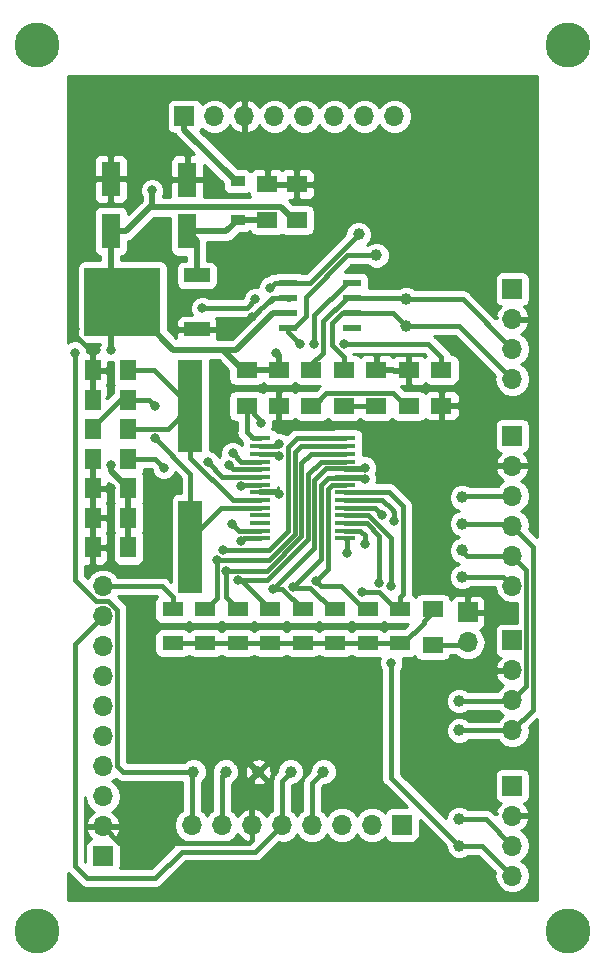
<source format=gbr>
%TF.GenerationSoftware,KiCad,Pcbnew,(5.0.0)*%
%TF.CreationDate,2018-11-06T01:25:48+05:00*%
%TF.ProjectId,Dev Board,44657620426F6172642E6B696361645F,rev?*%
%TF.SameCoordinates,Original*%
%TF.FileFunction,Copper,L1,Top,Signal*%
%TF.FilePolarity,Positive*%
%FSLAX46Y46*%
G04 Gerber Fmt 4.6, Leading zero omitted, Abs format (unit mm)*
G04 Created by KiCad (PCBNEW (5.0.0)) date 11/06/18 01:25:48*
%MOMM*%
%LPD*%
G01*
G04 APERTURE LIST*
%ADD10R,1.395000X1.800000*%
%ADD11C,3.800000*%
%ADD12R,1.800000X1.395000*%
%ADD13R,1.600000X3.000000*%
%ADD14R,1.200000X0.900000*%
%ADD15O,1.700000X1.700000*%
%ADD16R,1.700000X1.700000*%
%ADD17R,1.550000X0.600000*%
%ADD18R,1.750000X0.450000*%
%ADD19R,2.200000X1.200000*%
%ADD20R,6.400000X5.800000*%
%ADD21R,2.000000X7.875000*%
%ADD22R,1.800000X1.220000*%
%ADD23C,1.000000*%
%ADD24C,0.800000*%
%ADD25C,0.508000*%
%ADD26C,0.457200*%
%ADD27C,0.406400*%
%ADD28C,0.254000*%
G04 APERTURE END LIST*
D10*
X100250000Y-92500000D03*
X97215000Y-92500000D03*
D11*
X137500000Y-62500000D03*
X92500000Y-62500000D03*
X92500000Y-137500000D03*
X137500000Y-137500000D03*
D12*
X113000000Y-93000000D03*
X113000000Y-89965000D03*
D10*
X100250000Y-100000000D03*
X97215000Y-100000000D03*
X97215000Y-102500000D03*
X100250000Y-102500000D03*
D12*
X121250000Y-93000000D03*
X121250000Y-89965000D03*
D10*
X100250000Y-105000000D03*
X97215000Y-105000000D03*
D12*
X124000000Y-90000000D03*
X124000000Y-93035000D03*
D10*
X97215000Y-97500000D03*
X100250000Y-97500000D03*
X97215000Y-90000000D03*
X100250000Y-90000000D03*
D12*
X112000000Y-77285000D03*
X112000000Y-74250000D03*
D13*
X105250000Y-78250000D03*
X105250000Y-73850000D03*
D12*
X114500000Y-77285000D03*
X114500000Y-74250000D03*
D13*
X98750000Y-73800000D03*
X98750000Y-78200000D03*
D14*
X109500000Y-74000000D03*
X109500000Y-77300000D03*
D15*
X105630000Y-128500000D03*
X108170000Y-128500000D03*
X110710000Y-128500000D03*
X113250000Y-128500000D03*
X115790000Y-128500000D03*
X118330000Y-128500000D03*
X120870000Y-128500000D03*
D16*
X123410000Y-128500000D03*
X132750000Y-112880000D03*
D15*
X132750000Y-115420000D03*
X132750000Y-117960000D03*
X132750000Y-120500000D03*
X132750000Y-132790000D03*
X132750000Y-130250000D03*
X132750000Y-127710000D03*
D16*
X132750000Y-125170000D03*
X132750000Y-95550000D03*
D15*
X132750000Y-98090000D03*
X132750000Y-100630000D03*
X132750000Y-103170000D03*
X132750000Y-105710000D03*
X132750000Y-108250000D03*
D16*
X132750000Y-83130000D03*
D15*
X132750000Y-85670000D03*
X132750000Y-88210000D03*
X132750000Y-90750000D03*
D16*
X98100000Y-131160000D03*
D15*
X98100000Y-128620000D03*
X98100000Y-126080000D03*
X98100000Y-123540000D03*
X98100000Y-121000000D03*
X98100000Y-118460000D03*
X98100000Y-115920000D03*
X98100000Y-113380000D03*
X98100000Y-110840000D03*
X98100000Y-108300000D03*
D16*
X129000000Y-110500000D03*
D15*
X129000000Y-113040000D03*
D12*
X126750000Y-89965000D03*
X126750000Y-93000000D03*
X110250000Y-89982500D03*
X110250000Y-93017500D03*
X118500000Y-89965000D03*
X118500000Y-93000000D03*
X115750000Y-93000000D03*
X115750000Y-89965000D03*
D10*
X100250000Y-95000000D03*
X97215000Y-95000000D03*
D17*
X113800000Y-82595000D03*
X113800000Y-83865000D03*
X113800000Y-85135000D03*
X113800000Y-86405000D03*
X119200000Y-86405000D03*
X119200000Y-85135000D03*
X119200000Y-83865000D03*
X119200000Y-82595000D03*
D18*
X111400000Y-95775000D03*
X111400000Y-96425000D03*
X111400000Y-97075000D03*
X111400000Y-97725000D03*
X111400000Y-98375000D03*
X111400000Y-99025000D03*
X111400000Y-99675000D03*
X111400000Y-100325000D03*
X111400000Y-100975000D03*
X111400000Y-101625000D03*
X111400000Y-102275000D03*
X111400000Y-102925000D03*
X111400000Y-103575000D03*
X111400000Y-104225000D03*
X118600000Y-104225000D03*
X118600000Y-103575000D03*
X118600000Y-102925000D03*
X118600000Y-102275000D03*
X118600000Y-101625000D03*
X118600000Y-100975000D03*
X118600000Y-100325000D03*
X118600000Y-99675000D03*
X118600000Y-99025000D03*
X118600000Y-98375000D03*
X118600000Y-97725000D03*
X118600000Y-97075000D03*
X118600000Y-96425000D03*
X118600000Y-95775000D03*
D19*
X106050000Y-86530000D03*
X106050000Y-81970000D03*
D20*
X99750000Y-84250000D03*
D21*
X105500000Y-93062500D03*
X105500000Y-104937500D03*
D16*
X105000000Y-68500000D03*
D15*
X107540000Y-68500000D03*
X110080000Y-68500000D03*
X112620000Y-68500000D03*
X115160000Y-68500000D03*
X117700000Y-68500000D03*
X120240000Y-68500000D03*
X122780000Y-68500000D03*
D22*
X123250000Y-110250000D03*
X123250000Y-113110000D03*
X120500000Y-113110000D03*
X120500000Y-110250000D03*
X117750000Y-110250000D03*
X117750000Y-113110000D03*
X115000000Y-113110000D03*
X115000000Y-110250000D03*
X112250000Y-113110000D03*
X112250000Y-110250000D03*
X109500000Y-110250000D03*
X109500000Y-113110000D03*
X106750000Y-113110000D03*
X106750000Y-110250000D03*
X104000000Y-110250000D03*
X104000000Y-113110000D03*
D12*
X126000000Y-110215000D03*
X126000000Y-113250000D03*
D23*
X105750000Y-124000000D03*
X116750000Y-124000000D03*
X114000000Y-124000000D03*
X123750000Y-84000000D03*
X123750000Y-86250000D03*
X119750000Y-78500000D03*
X121250000Y-80250000D03*
X128250000Y-118000000D03*
X128250000Y-120500000D03*
X128250000Y-128000000D03*
X128250000Y-130250000D03*
X128500000Y-105250000D03*
X128500000Y-103000000D03*
X128500000Y-100750000D03*
X128500000Y-107500000D03*
X108500000Y-124000000D03*
X111250000Y-124000000D03*
D24*
X113000000Y-100500000D03*
X110750000Y-85500000D03*
X95750000Y-86500000D03*
X97500000Y-88250000D03*
X98750000Y-100000000D03*
X121750000Y-102250000D03*
X101250000Y-110000000D03*
X102750000Y-107000000D03*
X103750000Y-100000000D03*
X102250000Y-74750000D03*
X98750000Y-98000000D03*
X98750000Y-88250000D03*
X112750000Y-88500000D03*
X122750000Y-102750000D03*
X103250000Y-98250000D03*
X106956090Y-97793910D03*
X102500000Y-93000000D03*
X102500000Y-95755600D03*
X120000000Y-108750000D03*
X116124399Y-107850331D03*
X120250000Y-99202403D03*
X112250000Y-83000000D03*
X114159290Y-108340710D03*
X114750000Y-87750000D03*
X120250000Y-98250000D03*
X112500000Y-108500000D03*
X109500000Y-107755600D03*
X108477302Y-107000000D03*
X107721702Y-106042447D03*
X108250000Y-105250000D03*
X95750000Y-88500000D03*
X106500000Y-84750000D03*
X111000000Y-84000000D03*
X111500000Y-94500000D03*
X109761201Y-104494400D03*
X118764051Y-105494400D03*
X122500000Y-114750000D03*
X122500000Y-108250000D03*
X121500241Y-107995472D03*
X120250000Y-104738800D03*
X109005601Y-103005601D03*
X113000000Y-96250000D03*
X113000000Y-97250000D03*
X109064410Y-97000000D03*
X108750000Y-98000000D03*
X109750000Y-99780600D03*
X115994400Y-87750000D03*
X118500000Y-87750000D03*
D25*
X111400000Y-100325000D02*
X112825000Y-100325000D01*
X112825000Y-100325000D02*
X113000000Y-100500000D01*
D26*
X106050000Y-86530000D02*
X109720000Y-86530000D01*
X109720000Y-86530000D02*
X110750000Y-85500000D01*
X112385000Y-83865000D02*
X110750000Y-85500000D01*
X113800000Y-83865000D02*
X112385000Y-83865000D01*
X97215000Y-92500000D02*
X97215000Y-90000000D01*
X95750000Y-87035802D02*
X95750000Y-86500000D01*
X97215000Y-90000000D02*
X97215000Y-88500802D01*
X97215000Y-88500802D02*
X95750000Y-87035802D01*
X97215000Y-90000000D02*
X97215000Y-88535000D01*
X97215000Y-88535000D02*
X97500000Y-88250000D01*
X98750000Y-100000000D02*
X97215000Y-100000000D01*
X97215000Y-97500000D02*
X97215000Y-100000000D01*
X97215000Y-100000000D02*
X97215000Y-102500000D01*
X97215000Y-102500000D02*
X97215000Y-105000000D01*
X118600000Y-101625000D02*
X121125000Y-101625000D01*
X121125000Y-101625000D02*
X121750000Y-102250000D01*
X110710000Y-124540000D02*
X111250000Y-124000000D01*
X110710000Y-128500000D02*
X110710000Y-124540000D01*
X110710000Y-129790000D02*
X110710000Y-128500000D01*
X110500000Y-130000000D02*
X110710000Y-129790000D01*
X98100000Y-128620000D02*
X99480000Y-130000000D01*
X99480000Y-130000000D02*
X110500000Y-130000000D01*
X102750000Y-107000000D02*
X103750000Y-106000000D01*
X103750000Y-106000000D02*
X103750000Y-100000000D01*
D25*
X99750000Y-84250000D02*
X98750000Y-83250000D01*
X98750000Y-83250000D02*
X98750000Y-78200000D01*
X110267500Y-89965000D02*
X110250000Y-89982500D01*
X113000000Y-89965000D02*
X110267500Y-89965000D01*
X110250000Y-89982500D02*
X109982500Y-89982500D01*
X109982500Y-89982500D02*
X108250000Y-88250000D01*
X100050000Y-84250000D02*
X99750000Y-84250000D01*
X104050000Y-88250000D02*
X100050000Y-84250000D01*
X108250000Y-88250000D02*
X104050000Y-88250000D01*
X109402000Y-88250000D02*
X108250000Y-88250000D01*
X112517000Y-85135000D02*
X109402000Y-88250000D01*
X113800000Y-85135000D02*
X112517000Y-85135000D01*
X100058000Y-78200000D02*
X98750000Y-78200000D01*
X102076901Y-76181099D02*
X100058000Y-78200000D01*
X113193599Y-76181099D02*
X102076901Y-76181099D01*
X114297500Y-77285000D02*
X113193599Y-76181099D01*
X114500000Y-77285000D02*
X114297500Y-77285000D01*
X102250000Y-76008000D02*
X102076901Y-76181099D01*
X102250000Y-74750000D02*
X102250000Y-76008000D01*
X100250000Y-105000000D02*
X100250000Y-102500000D01*
X100250000Y-100000000D02*
X100250000Y-102500000D01*
X100250000Y-100000000D02*
X98750000Y-98500000D01*
X98750000Y-98500000D02*
X98750000Y-98000000D01*
X98750000Y-85250000D02*
X99750000Y-84250000D01*
X98750000Y-88250000D02*
X98750000Y-85250000D01*
X113000000Y-89965000D02*
X113000000Y-88750000D01*
X113000000Y-88750000D02*
X112750000Y-88500000D01*
D26*
X118600000Y-100975000D02*
X119975000Y-100975000D01*
X119975000Y-100975000D02*
X121725000Y-100975000D01*
X121725000Y-100975000D02*
X122531001Y-101781001D01*
X122531001Y-101781001D02*
X122750000Y-102000000D01*
X122750000Y-102000000D02*
X122750000Y-102750000D01*
X108170000Y-124330000D02*
X108500000Y-124000000D01*
X108170000Y-128500000D02*
X108170000Y-124330000D01*
D27*
X121250000Y-93000000D02*
X118500000Y-93000000D01*
X123797500Y-93035000D02*
X124000000Y-93035000D01*
X122693600Y-91931100D02*
X123797500Y-93035000D01*
X117021400Y-91931100D02*
X122693600Y-91931100D01*
X115952500Y-93000000D02*
X117021400Y-91931100D01*
X115750000Y-93000000D02*
X115952500Y-93000000D01*
X100250000Y-97500000D02*
X102500000Y-97500000D01*
X102500000Y-97500000D02*
X103250000Y-98250000D01*
X108187180Y-99025000D02*
X109500000Y-99025000D01*
X106956090Y-97793910D02*
X108187180Y-99025000D01*
X109237180Y-99025000D02*
X109500000Y-99025000D01*
X109500000Y-99025000D02*
X111400000Y-99025000D01*
X105500000Y-96356400D02*
X105500000Y-93062500D01*
X103562500Y-95000000D02*
X105500000Y-93062500D01*
X100250000Y-95000000D02*
X103562500Y-95000000D01*
X102437500Y-90000000D02*
X105500000Y-93062500D01*
X100250000Y-90000000D02*
X102437500Y-90000000D01*
X105500000Y-97406400D02*
X105500000Y-93062500D01*
X109068600Y-100975000D02*
X105500000Y-97406400D01*
X111400000Y-100975000D02*
X109068600Y-100975000D01*
X105500000Y-104250000D02*
X105500000Y-104937500D01*
X111400000Y-101625000D02*
X108125000Y-101625000D01*
X108125000Y-101625000D02*
X105500000Y-104250000D01*
X99512500Y-92500000D02*
X100250000Y-92500000D01*
X97215000Y-94797500D02*
X99512500Y-92500000D01*
X97215000Y-95000000D02*
X97215000Y-94797500D01*
X100250000Y-92500000D02*
X102000000Y-92500000D01*
X102000000Y-92500000D02*
X102500000Y-93000000D01*
X105500000Y-98755600D02*
X105500000Y-104937500D01*
X102500000Y-95755600D02*
X105500000Y-98755600D01*
D25*
X108550000Y-78250000D02*
X109500000Y-77300000D01*
X105250000Y-78250000D02*
X108550000Y-78250000D01*
X111985000Y-77300000D02*
X112000000Y-77285000D01*
X109500000Y-77300000D02*
X111985000Y-77300000D01*
X106050000Y-79050000D02*
X105250000Y-78250000D01*
X106050000Y-81970000D02*
X106050000Y-79050000D01*
X109350000Y-74000000D02*
X105000000Y-69650000D01*
X109500000Y-74000000D02*
X109350000Y-74000000D01*
X105000000Y-69650000D02*
X105000000Y-68500000D01*
D27*
X104000000Y-113110000D02*
X106750000Y-113110000D01*
X106750000Y-113110000D02*
X109500000Y-113110000D01*
X109500000Y-113110000D02*
X112250000Y-113110000D01*
X112250000Y-113110000D02*
X115000000Y-113110000D01*
X115000000Y-113110000D02*
X117750000Y-113110000D01*
X117750000Y-113110000D02*
X120500000Y-113110000D01*
X120500000Y-113110000D02*
X123250000Y-113110000D01*
X123540000Y-113110000D02*
X123250000Y-113110000D01*
X125250000Y-111400000D02*
X123540000Y-113110000D01*
X125250000Y-111250000D02*
X125250000Y-111400000D01*
X126000000Y-110215000D02*
X126000000Y-110500000D01*
X126000000Y-110500000D02*
X125250000Y-111250000D01*
X122960000Y-110250000D02*
X123250000Y-110250000D01*
X121460000Y-108750000D02*
X122210000Y-109500000D01*
X120000000Y-108750000D02*
X121460000Y-108750000D01*
X122210000Y-109500000D02*
X122960000Y-110250000D01*
X118600000Y-100325000D02*
X122325000Y-100325000D01*
X123250000Y-109233600D02*
X123250000Y-110250000D01*
X123505601Y-108977999D02*
X123250000Y-109233600D01*
X123505601Y-101505601D02*
X123505601Y-108977999D01*
X122325000Y-100325000D02*
X123505601Y-101505601D01*
X117509918Y-99675000D02*
X118600000Y-99675000D01*
X117108461Y-100076457D02*
X117509918Y-99675000D01*
X116124399Y-107850331D02*
X117108461Y-106866269D01*
X117108461Y-106866269D02*
X117108461Y-100076457D01*
X120210000Y-110250000D02*
X120500000Y-110250000D01*
X118210330Y-108250330D02*
X120210000Y-110250000D01*
X116524398Y-108250330D02*
X118210330Y-108250330D01*
X116124399Y-107850331D02*
X116524398Y-108250330D01*
X115655000Y-82595000D02*
X113800000Y-82595000D01*
X119750000Y-78500000D02*
X115655000Y-82595000D01*
X118600000Y-99025000D02*
X120072597Y-99025000D01*
X120072597Y-99025000D02*
X120250000Y-99202403D01*
X112655000Y-82595000D02*
X112250000Y-83000000D01*
X113800000Y-82595000D02*
X112655000Y-82595000D01*
X117155601Y-99094399D02*
X116549651Y-99700349D01*
X120250000Y-99202403D02*
X120141996Y-99094399D01*
X120141996Y-99094399D02*
X117155601Y-99094399D01*
X117460000Y-110250000D02*
X117750000Y-110250000D01*
X115641420Y-108431420D02*
X117460000Y-110250000D01*
X114250000Y-108431420D02*
X115641420Y-108431420D01*
X114159290Y-108340710D02*
X114250000Y-108431420D01*
X116549651Y-105950349D02*
X114159290Y-108340710D01*
X116549651Y-99700349D02*
X116549651Y-105950349D01*
X114245082Y-86405000D02*
X113800000Y-86405000D01*
X115250000Y-85400082D02*
X114750000Y-85900082D01*
X115250000Y-83790276D02*
X115250000Y-85400082D01*
X118790276Y-80250000D02*
X115250000Y-83790276D01*
X121250000Y-80250000D02*
X118790276Y-80250000D01*
X114930601Y-85719481D02*
X114750000Y-85900082D01*
X114750000Y-85900082D02*
X114245082Y-86405000D01*
X113800000Y-86405000D02*
X113800000Y-86800000D01*
X113800000Y-86800000D02*
X114750000Y-87750000D01*
X120125000Y-98375000D02*
X118600000Y-98375000D01*
X120250000Y-98250000D02*
X120125000Y-98375000D01*
X113250000Y-108500000D02*
X115000000Y-110250000D01*
X112500000Y-108500000D02*
X113250000Y-108500000D01*
X119684315Y-98250000D02*
X120250000Y-98250000D01*
X119628714Y-98305601D02*
X119684315Y-98250000D01*
X116944399Y-98305601D02*
X119628714Y-98305601D01*
X115990841Y-99259159D02*
X116944399Y-98305601D01*
X112500000Y-108500000D02*
X115990841Y-105009159D01*
X115990841Y-105009159D02*
X115990841Y-99259159D01*
X109755600Y-107755600D02*
X112250000Y-110250000D01*
X109500000Y-107755600D02*
X109755600Y-107755600D01*
X111980310Y-107755600D02*
X115432031Y-104303879D01*
X109500000Y-107755600D02*
X111980310Y-107755600D01*
X115432031Y-104303879D02*
X115432031Y-98817969D01*
X116525000Y-97725000D02*
X118600000Y-97725000D01*
X115432031Y-98817969D02*
X116525000Y-97725000D01*
X108477302Y-109227302D02*
X109500000Y-110250000D01*
X108477302Y-107000000D02*
X108477302Y-109227302D01*
X115925000Y-97075000D02*
X118600000Y-97075000D01*
X115675000Y-97075000D02*
X115925000Y-97075000D01*
X114873221Y-97876779D02*
X115675000Y-97075000D01*
X114873221Y-104072413D02*
X114873221Y-97876779D01*
X108477302Y-107000000D02*
X111945634Y-107000000D01*
X111945634Y-107000000D02*
X114873221Y-104072413D01*
X107721702Y-109278298D02*
X106750000Y-110250000D01*
X107721702Y-106042447D02*
X107721702Y-109278298D01*
X117318600Y-96425000D02*
X118600000Y-96425000D01*
X114825000Y-96425000D02*
X117318600Y-96425000D01*
X114314411Y-96935589D02*
X114825000Y-96425000D01*
X114314411Y-103840947D02*
X114314411Y-96935589D01*
X112112911Y-106042447D02*
X114314411Y-103840947D01*
X107721702Y-106042447D02*
X112112911Y-106042447D01*
X113250000Y-124750000D02*
X114000000Y-124000000D01*
X113250000Y-128500000D02*
X113250000Y-124750000D01*
X95750000Y-113190000D02*
X98100000Y-110840000D01*
X113250000Y-128500000D02*
X111000000Y-130750000D01*
X111000000Y-130750000D02*
X104750000Y-130750000D01*
X96750000Y-133000000D02*
X95750000Y-132000000D01*
X102500000Y-133000000D02*
X96750000Y-133000000D01*
X95750000Y-132000000D02*
X95750000Y-113190000D01*
X104750000Y-130750000D02*
X102500000Y-133000000D01*
X99302081Y-108300000D02*
X98100000Y-108300000D01*
X103066400Y-108300000D02*
X99302081Y-108300000D01*
X104000000Y-109233600D02*
X103066400Y-108300000D01*
X104000000Y-110250000D02*
X104000000Y-109233600D01*
X113755601Y-99529317D02*
X113755601Y-99750000D01*
X113755601Y-99750000D02*
X113755601Y-103609481D01*
X108250000Y-105250000D02*
X112115082Y-105250000D01*
X113755601Y-103609481D02*
X112115082Y-105250000D01*
X114500000Y-95775000D02*
X118600000Y-95775000D01*
X113755601Y-96519399D02*
X114500000Y-95775000D01*
X113755601Y-99750000D02*
X113755601Y-96519399D01*
X115790000Y-124960000D02*
X116750000Y-124000000D01*
X115790000Y-128500000D02*
X115790000Y-124960000D01*
X110250000Y-93017500D02*
X110250000Y-95250000D01*
X110775000Y-95775000D02*
X111400000Y-95775000D01*
X110250000Y-95250000D02*
X110775000Y-95775000D01*
X106500000Y-84750000D02*
X110250000Y-84750000D01*
X110250000Y-84750000D02*
X111000000Y-84000000D01*
X111500000Y-94267500D02*
X110250000Y-93017500D01*
X111500000Y-94500000D02*
X111500000Y-94267500D01*
X105630000Y-124120000D02*
X105750000Y-124000000D01*
X105630000Y-128500000D02*
X105630000Y-124120000D01*
X99792894Y-124000000D02*
X105750000Y-124000000D01*
X95750000Y-107734290D02*
X97521311Y-109505601D01*
X95750000Y-88500000D02*
X95750000Y-107734290D01*
X97521311Y-109505601D02*
X98549891Y-109505601D01*
X98549891Y-109505601D02*
X99305601Y-110261311D01*
X99305601Y-110261311D02*
X99305601Y-123512707D01*
X99305601Y-123512707D02*
X99792894Y-124000000D01*
X132710000Y-118000000D02*
X132750000Y-117960000D01*
X128250000Y-118000000D02*
X132710000Y-118000000D01*
X111400000Y-104225000D02*
X110030601Y-104225000D01*
X110030601Y-104225000D02*
X109761201Y-104494400D01*
X128960000Y-105710000D02*
X128500000Y-105250000D01*
X132750000Y-105710000D02*
X128960000Y-105710000D01*
X133599999Y-106559999D02*
X132750000Y-105710000D01*
X133955601Y-106915601D02*
X133599999Y-106559999D01*
X133955601Y-116754399D02*
X133955601Y-106915601D01*
X132750000Y-117960000D02*
X133955601Y-116754399D01*
X132580000Y-103000000D02*
X132750000Y-103170000D01*
X128500000Y-103000000D02*
X132580000Y-103000000D01*
X128250000Y-120500000D02*
X132750000Y-120500000D01*
X133599999Y-104019999D02*
X132750000Y-103170000D01*
X134514410Y-104934410D02*
X133599999Y-104019999D01*
X134514410Y-118735590D02*
X134514410Y-104934410D01*
X132750000Y-120500000D02*
X134514410Y-118735590D01*
X118764051Y-104389051D02*
X118600000Y-104225000D01*
X118764051Y-105494400D02*
X118764051Y-104389051D01*
X130210000Y-130250000D02*
X132750000Y-132790000D01*
X128250000Y-130250000D02*
X130210000Y-130250000D01*
X128250000Y-130250000D02*
X122500000Y-124500000D01*
X122500000Y-124500000D02*
X122500000Y-114750000D01*
X119881400Y-102275000D02*
X118600000Y-102275000D01*
X120565276Y-102275000D02*
X119881400Y-102275000D01*
X122500000Y-104209724D02*
X120565276Y-102275000D01*
X122500000Y-108250000D02*
X122500000Y-104209724D01*
X130500000Y-128000000D02*
X132750000Y-130250000D01*
X128250000Y-128000000D02*
X130500000Y-128000000D01*
X118600000Y-102925000D02*
X120425000Y-102925000D01*
X120425000Y-102925000D02*
X121500241Y-104000241D01*
X121500241Y-104000241D02*
X121500241Y-107995472D01*
X132630000Y-100750000D02*
X132750000Y-100630000D01*
X128620000Y-100630000D02*
X128500000Y-100750000D01*
X132750000Y-100630000D02*
X128620000Y-100630000D01*
X119881400Y-103575000D02*
X118600000Y-103575000D01*
X120250000Y-103943600D02*
X119881400Y-103575000D01*
X120250000Y-104738800D02*
X120250000Y-103943600D01*
X132000000Y-107500000D02*
X132750000Y-108250000D01*
X128500000Y-107500000D02*
X132000000Y-107500000D01*
X109575000Y-103575000D02*
X109005601Y-103005601D01*
X111400000Y-103575000D02*
X109575000Y-103575000D01*
X115750000Y-89500000D02*
X115750000Y-89965000D01*
X116750000Y-88500000D02*
X115750000Y-89500000D01*
X116750000Y-85840000D02*
X116750000Y-88500000D01*
X119200000Y-83865000D02*
X118725000Y-83865000D01*
X118725000Y-83865000D02*
X116750000Y-85840000D01*
X123615000Y-83865000D02*
X123750000Y-84000000D01*
X119200000Y-83865000D02*
X123615000Y-83865000D01*
X128540000Y-84000000D02*
X123750000Y-84000000D01*
X132750000Y-88210000D02*
X128540000Y-84000000D01*
X118365000Y-85135000D02*
X117500000Y-86000000D01*
X119200000Y-85135000D02*
X118365000Y-85135000D01*
X118500000Y-88861100D02*
X118500000Y-89965000D01*
X117500000Y-87861100D02*
X118500000Y-88861100D01*
X117500000Y-86000000D02*
X117500000Y-87861100D01*
X122635000Y-85135000D02*
X119200000Y-85135000D01*
X123750000Y-86250000D02*
X122635000Y-85135000D01*
X128250000Y-86250000D02*
X123750000Y-86250000D01*
X132750000Y-90750000D02*
X128250000Y-86250000D01*
X112825000Y-96425000D02*
X111400000Y-96425000D01*
X113000000Y-96250000D02*
X112825000Y-96425000D01*
X111400000Y-97075000D02*
X112825000Y-97075000D01*
X112825000Y-97075000D02*
X113000000Y-97250000D01*
X109789410Y-97725000D02*
X111400000Y-97725000D01*
X109064410Y-97000000D02*
X109789410Y-97725000D01*
X109125000Y-98375000D02*
X111400000Y-98375000D01*
X108750000Y-98000000D02*
X109125000Y-98375000D01*
X111400000Y-99675000D02*
X109855600Y-99675000D01*
X109855600Y-99675000D02*
X109750000Y-99780600D01*
X128790000Y-113250000D02*
X129000000Y-113040000D01*
X126000000Y-113250000D02*
X128790000Y-113250000D01*
X118725000Y-82595000D02*
X116000000Y-85320000D01*
X119200000Y-82595000D02*
X118725000Y-82595000D01*
X116000000Y-85320000D02*
X116000000Y-87744400D01*
X116000000Y-87744400D02*
X115994400Y-87750000D01*
X126750000Y-88861100D02*
X126750000Y-89965000D01*
X125638900Y-87750000D02*
X126750000Y-88861100D01*
X118500000Y-87750000D02*
X125638900Y-87750000D01*
D28*
G36*
X134873000Y-104107606D02*
X134251072Y-103485679D01*
X134251070Y-103485676D01*
X134209558Y-103444164D01*
X134264092Y-103170000D01*
X134148839Y-102590582D01*
X133820625Y-102099375D01*
X133522239Y-101900000D01*
X133820625Y-101700625D01*
X134148839Y-101209418D01*
X134264092Y-100630000D01*
X134148839Y-100050582D01*
X133820625Y-99559375D01*
X133501522Y-99346157D01*
X133631358Y-99285183D01*
X134021645Y-98856924D01*
X134191476Y-98446890D01*
X134070155Y-98217000D01*
X132877000Y-98217000D01*
X132877000Y-98237000D01*
X132623000Y-98237000D01*
X132623000Y-98217000D01*
X131429845Y-98217000D01*
X131308524Y-98446890D01*
X131478355Y-98856924D01*
X131868642Y-99285183D01*
X131998478Y-99346157D01*
X131679375Y-99559375D01*
X131524074Y-99791800D01*
X129146933Y-99791800D01*
X129142926Y-99787793D01*
X128725766Y-99615000D01*
X128274234Y-99615000D01*
X127857074Y-99787793D01*
X127537793Y-100107074D01*
X127365000Y-100524234D01*
X127365000Y-100975766D01*
X127537793Y-101392926D01*
X127857074Y-101712207D01*
X128250092Y-101875000D01*
X127857074Y-102037793D01*
X127537793Y-102357074D01*
X127365000Y-102774234D01*
X127365000Y-103225766D01*
X127537793Y-103642926D01*
X127857074Y-103962207D01*
X128250092Y-104125000D01*
X127857074Y-104287793D01*
X127537793Y-104607074D01*
X127365000Y-105024234D01*
X127365000Y-105475766D01*
X127537793Y-105892926D01*
X127857074Y-106212207D01*
X128250092Y-106375000D01*
X127857074Y-106537793D01*
X127537793Y-106857074D01*
X127365000Y-107274234D01*
X127365000Y-107725766D01*
X127537793Y-108142926D01*
X127857074Y-108462207D01*
X128274234Y-108635000D01*
X128725766Y-108635000D01*
X129142926Y-108462207D01*
X129266933Y-108338200D01*
X131253452Y-108338200D01*
X131351161Y-108829418D01*
X131679375Y-109320625D01*
X132170582Y-109648839D01*
X132603744Y-109735000D01*
X132896256Y-109735000D01*
X133117402Y-109691012D01*
X133117402Y-111382560D01*
X131900000Y-111382560D01*
X131652235Y-111431843D01*
X131442191Y-111572191D01*
X131301843Y-111782235D01*
X131252560Y-112030000D01*
X131252560Y-113730000D01*
X131301843Y-113977765D01*
X131442191Y-114187809D01*
X131652235Y-114328157D01*
X131755708Y-114348739D01*
X131478355Y-114653076D01*
X131308524Y-115063110D01*
X131429845Y-115293000D01*
X132623000Y-115293000D01*
X132623000Y-115273000D01*
X132877000Y-115273000D01*
X132877000Y-115293000D01*
X132897000Y-115293000D01*
X132897000Y-115547000D01*
X132877000Y-115547000D01*
X132877000Y-115567000D01*
X132623000Y-115567000D01*
X132623000Y-115547000D01*
X131429845Y-115547000D01*
X131308524Y-115776890D01*
X131478355Y-116186924D01*
X131868642Y-116615183D01*
X131998478Y-116676157D01*
X131679375Y-116889375D01*
X131497346Y-117161800D01*
X129016933Y-117161800D01*
X128892926Y-117037793D01*
X128475766Y-116865000D01*
X128024234Y-116865000D01*
X127607074Y-117037793D01*
X127287793Y-117357074D01*
X127115000Y-117774234D01*
X127115000Y-118225766D01*
X127287793Y-118642926D01*
X127607074Y-118962207D01*
X128024234Y-119135000D01*
X128475766Y-119135000D01*
X128892926Y-118962207D01*
X129016933Y-118838200D01*
X131550801Y-118838200D01*
X131679375Y-119030625D01*
X131977761Y-119230000D01*
X131679375Y-119429375D01*
X131524074Y-119661800D01*
X129016933Y-119661800D01*
X128892926Y-119537793D01*
X128475766Y-119365000D01*
X128024234Y-119365000D01*
X127607074Y-119537793D01*
X127287793Y-119857074D01*
X127115000Y-120274234D01*
X127115000Y-120725766D01*
X127287793Y-121142926D01*
X127607074Y-121462207D01*
X128024234Y-121635000D01*
X128475766Y-121635000D01*
X128892926Y-121462207D01*
X129016933Y-121338200D01*
X131524074Y-121338200D01*
X131679375Y-121570625D01*
X132170582Y-121898839D01*
X132603744Y-121985000D01*
X132896256Y-121985000D01*
X133329418Y-121898839D01*
X133820625Y-121570625D01*
X134148839Y-121079418D01*
X134264092Y-120500000D01*
X134209558Y-120225836D01*
X134873000Y-119562394D01*
X134873000Y-134873000D01*
X95127000Y-134873000D01*
X95127000Y-132576333D01*
X95145692Y-132604308D01*
X95215678Y-132651072D01*
X96098930Y-133534324D01*
X96145692Y-133604308D01*
X96215676Y-133651070D01*
X96215677Y-133651071D01*
X96422950Y-133789567D01*
X96477907Y-133800498D01*
X96667446Y-133838200D01*
X96667449Y-133838200D01*
X96750000Y-133854620D01*
X96832550Y-133838200D01*
X102417451Y-133838200D01*
X102500000Y-133854620D01*
X102582549Y-133838200D01*
X102582554Y-133838200D01*
X102827049Y-133789567D01*
X103104308Y-133604308D01*
X103151072Y-133534321D01*
X105097194Y-131588200D01*
X110917451Y-131588200D01*
X111000000Y-131604620D01*
X111082549Y-131588200D01*
X111082554Y-131588200D01*
X111327049Y-131539567D01*
X111604308Y-131354308D01*
X111651072Y-131284321D01*
X112975836Y-129959558D01*
X113103744Y-129985000D01*
X113396256Y-129985000D01*
X113829418Y-129898839D01*
X114320625Y-129570625D01*
X114520000Y-129272239D01*
X114719375Y-129570625D01*
X115210582Y-129898839D01*
X115643744Y-129985000D01*
X115936256Y-129985000D01*
X116369418Y-129898839D01*
X116860625Y-129570625D01*
X117060000Y-129272239D01*
X117259375Y-129570625D01*
X117750582Y-129898839D01*
X118183744Y-129985000D01*
X118476256Y-129985000D01*
X118909418Y-129898839D01*
X119400625Y-129570625D01*
X119600000Y-129272239D01*
X119799375Y-129570625D01*
X120290582Y-129898839D01*
X120723744Y-129985000D01*
X121016256Y-129985000D01*
X121449418Y-129898839D01*
X121940625Y-129570625D01*
X121952816Y-129552381D01*
X121961843Y-129597765D01*
X122102191Y-129807809D01*
X122312235Y-129948157D01*
X122560000Y-129997440D01*
X124260000Y-129997440D01*
X124507765Y-129948157D01*
X124717809Y-129807809D01*
X124858157Y-129597765D01*
X124907440Y-129350000D01*
X124907440Y-128092834D01*
X127115000Y-130300394D01*
X127115000Y-130475766D01*
X127287793Y-130892926D01*
X127607074Y-131212207D01*
X128024234Y-131385000D01*
X128475766Y-131385000D01*
X128892926Y-131212207D01*
X129016933Y-131088200D01*
X129862807Y-131088200D01*
X131290442Y-132515836D01*
X131235908Y-132790000D01*
X131351161Y-133369418D01*
X131679375Y-133860625D01*
X132170582Y-134188839D01*
X132603744Y-134275000D01*
X132896256Y-134275000D01*
X133329418Y-134188839D01*
X133820625Y-133860625D01*
X134148839Y-133369418D01*
X134264092Y-132790000D01*
X134148839Y-132210582D01*
X133820625Y-131719375D01*
X133522239Y-131520000D01*
X133820625Y-131320625D01*
X134148839Y-130829418D01*
X134264092Y-130250000D01*
X134148839Y-129670582D01*
X133820625Y-129179375D01*
X133501522Y-128966157D01*
X133631358Y-128905183D01*
X134021645Y-128476924D01*
X134191476Y-128066890D01*
X134070155Y-127837000D01*
X132877000Y-127837000D01*
X132877000Y-127857000D01*
X132623000Y-127857000D01*
X132623000Y-127837000D01*
X132603000Y-127837000D01*
X132603000Y-127583000D01*
X132623000Y-127583000D01*
X132623000Y-127563000D01*
X132877000Y-127563000D01*
X132877000Y-127583000D01*
X134070155Y-127583000D01*
X134191476Y-127353110D01*
X134021645Y-126943076D01*
X133744292Y-126638739D01*
X133847765Y-126618157D01*
X134057809Y-126477809D01*
X134198157Y-126267765D01*
X134247440Y-126020000D01*
X134247440Y-124320000D01*
X134198157Y-124072235D01*
X134057809Y-123862191D01*
X133847765Y-123721843D01*
X133600000Y-123672560D01*
X131900000Y-123672560D01*
X131652235Y-123721843D01*
X131442191Y-123862191D01*
X131301843Y-124072235D01*
X131252560Y-124320000D01*
X131252560Y-126020000D01*
X131301843Y-126267765D01*
X131442191Y-126477809D01*
X131652235Y-126618157D01*
X131755708Y-126638739D01*
X131478355Y-126943076D01*
X131308524Y-127353110D01*
X131429844Y-127582998D01*
X131268391Y-127582998D01*
X131151072Y-127465679D01*
X131104308Y-127395692D01*
X130827049Y-127210433D01*
X130582554Y-127161800D01*
X130582549Y-127161800D01*
X130500000Y-127145380D01*
X130417451Y-127161800D01*
X129016933Y-127161800D01*
X128892926Y-127037793D01*
X128475766Y-126865000D01*
X128024234Y-126865000D01*
X127607074Y-127037793D01*
X127287793Y-127357074D01*
X127115000Y-127774234D01*
X127115000Y-127929606D01*
X123338200Y-124152807D01*
X123338200Y-115375511D01*
X123377431Y-115336280D01*
X123535000Y-114955874D01*
X123535000Y-114544126D01*
X123461814Y-114367440D01*
X124150000Y-114367440D01*
X124397765Y-114318157D01*
X124526487Y-114232147D01*
X124642191Y-114405309D01*
X124852235Y-114545657D01*
X125100000Y-114594940D01*
X126900000Y-114594940D01*
X127147765Y-114545657D01*
X127357809Y-114405309D01*
X127498157Y-114195265D01*
X127519453Y-114088200D01*
X127914391Y-114088200D01*
X127929375Y-114110625D01*
X128420582Y-114438839D01*
X128853744Y-114525000D01*
X129146256Y-114525000D01*
X129579418Y-114438839D01*
X130070625Y-114110625D01*
X130398839Y-113619418D01*
X130514092Y-113040000D01*
X130398839Y-112460582D01*
X130070625Y-111969375D01*
X130048967Y-111954904D01*
X130209698Y-111888327D01*
X130388327Y-111709699D01*
X130485000Y-111476310D01*
X130485000Y-110785750D01*
X130326250Y-110627000D01*
X129127000Y-110627000D01*
X129127000Y-110647000D01*
X128873000Y-110647000D01*
X128873000Y-110627000D01*
X128853000Y-110627000D01*
X128853000Y-110373000D01*
X128873000Y-110373000D01*
X128873000Y-109173750D01*
X129127000Y-109173750D01*
X129127000Y-110373000D01*
X130326250Y-110373000D01*
X130485000Y-110214250D01*
X130485000Y-109523690D01*
X130388327Y-109290301D01*
X130209698Y-109111673D01*
X129976309Y-109015000D01*
X129285750Y-109015000D01*
X129127000Y-109173750D01*
X128873000Y-109173750D01*
X128714250Y-109015000D01*
X128023691Y-109015000D01*
X127790302Y-109111673D01*
X127611673Y-109290301D01*
X127537748Y-109468772D01*
X127498157Y-109269735D01*
X127357809Y-109059691D01*
X127147765Y-108919343D01*
X126900000Y-108870060D01*
X125100000Y-108870060D01*
X124852235Y-108919343D01*
X124642191Y-109059691D01*
X124574991Y-109160262D01*
X124397765Y-109041843D01*
X124349434Y-109032229D01*
X124360221Y-108978000D01*
X124343801Y-108895451D01*
X124343801Y-101588150D01*
X124360221Y-101505601D01*
X124343801Y-101423052D01*
X124343801Y-101423047D01*
X124295168Y-101178552D01*
X124217072Y-101061673D01*
X124156672Y-100971278D01*
X124156671Y-100971277D01*
X124109909Y-100901293D01*
X124039925Y-100854532D01*
X122976072Y-99790679D01*
X122929308Y-99720692D01*
X122652049Y-99535433D01*
X122407554Y-99486800D01*
X122407549Y-99486800D01*
X122325000Y-99470380D01*
X122242451Y-99486800D01*
X121252475Y-99486800D01*
X121285000Y-99408277D01*
X121285000Y-98996529D01*
X121173027Y-98726202D01*
X121285000Y-98455874D01*
X121285000Y-98044126D01*
X121127431Y-97663720D01*
X120836280Y-97372569D01*
X120455874Y-97215000D01*
X120122440Y-97215000D01*
X120122440Y-96850000D01*
X120102549Y-96750000D01*
X120122440Y-96650000D01*
X120122440Y-96200000D01*
X120102549Y-96100000D01*
X120122440Y-96000000D01*
X120122440Y-95550000D01*
X120073157Y-95302235D01*
X119932809Y-95092191D01*
X119722765Y-94951843D01*
X119475000Y-94902560D01*
X117725000Y-94902560D01*
X117552862Y-94936800D01*
X114582548Y-94936800D01*
X114499999Y-94920380D01*
X114417450Y-94936800D01*
X114417446Y-94936800D01*
X114172951Y-94985433D01*
X114172949Y-94985434D01*
X114172950Y-94985434D01*
X113965677Y-95123929D01*
X113965676Y-95123930D01*
X113895692Y-95170692D01*
X113848930Y-95240676D01*
X113651659Y-95437948D01*
X113586280Y-95372569D01*
X113205874Y-95215000D01*
X112814868Y-95215000D01*
X112732809Y-95092191D01*
X112522765Y-94951843D01*
X112439941Y-94935368D01*
X112535000Y-94705874D01*
X112535000Y-94700000D01*
X131252560Y-94700000D01*
X131252560Y-96400000D01*
X131301843Y-96647765D01*
X131442191Y-96857809D01*
X131652235Y-96998157D01*
X131755708Y-97018739D01*
X131478355Y-97323076D01*
X131308524Y-97733110D01*
X131429845Y-97963000D01*
X132623000Y-97963000D01*
X132623000Y-97943000D01*
X132877000Y-97943000D01*
X132877000Y-97963000D01*
X134070155Y-97963000D01*
X134191476Y-97733110D01*
X134021645Y-97323076D01*
X133744292Y-97018739D01*
X133847765Y-96998157D01*
X134057809Y-96857809D01*
X134198157Y-96647765D01*
X134247440Y-96400000D01*
X134247440Y-94700000D01*
X134198157Y-94452235D01*
X134057809Y-94242191D01*
X133847765Y-94101843D01*
X133600000Y-94052560D01*
X131900000Y-94052560D01*
X131652235Y-94101843D01*
X131442191Y-94242191D01*
X131301843Y-94452235D01*
X131252560Y-94700000D01*
X112535000Y-94700000D01*
X112535000Y-94332500D01*
X112714250Y-94332500D01*
X112873000Y-94173750D01*
X112873000Y-93127000D01*
X112853000Y-93127000D01*
X112853000Y-92873000D01*
X112873000Y-92873000D01*
X112873000Y-91826250D01*
X112714250Y-91667500D01*
X111973690Y-91667500D01*
X111740301Y-91764173D01*
X111621618Y-91882857D01*
X111607809Y-91862191D01*
X111397765Y-91721843D01*
X111150000Y-91672560D01*
X109350000Y-91672560D01*
X109102235Y-91721843D01*
X108892191Y-91862191D01*
X108751843Y-92072235D01*
X108702560Y-92320000D01*
X108702560Y-93715000D01*
X108751843Y-93962765D01*
X108892191Y-94172809D01*
X109102235Y-94313157D01*
X109350000Y-94362440D01*
X109411801Y-94362440D01*
X109411801Y-95167446D01*
X109395380Y-95250000D01*
X109460434Y-95577049D01*
X109598929Y-95784322D01*
X109598931Y-95784324D01*
X109645693Y-95854308D01*
X109715677Y-95901070D01*
X109893191Y-96078584D01*
X109897451Y-96100000D01*
X109877560Y-96200000D01*
X109877560Y-96349439D01*
X109650690Y-96122569D01*
X109270284Y-95965000D01*
X108858536Y-95965000D01*
X108478130Y-96122569D01*
X108186979Y-96413720D01*
X108029410Y-96794126D01*
X108029410Y-97205874D01*
X108044349Y-97241940D01*
X107905320Y-97380969D01*
X107833521Y-97207630D01*
X107542370Y-96916479D01*
X107161964Y-96758910D01*
X107147440Y-96758910D01*
X107147440Y-89139000D01*
X107881765Y-89139000D01*
X108702560Y-89959796D01*
X108702560Y-90680000D01*
X108751843Y-90927765D01*
X108892191Y-91137809D01*
X109102235Y-91278157D01*
X109350000Y-91327440D01*
X111150000Y-91327440D01*
X111397765Y-91278157D01*
X111607809Y-91137809D01*
X111630847Y-91103331D01*
X111642191Y-91120309D01*
X111852235Y-91260657D01*
X112100000Y-91309940D01*
X113900000Y-91309940D01*
X114147765Y-91260657D01*
X114357809Y-91120309D01*
X114375000Y-91094581D01*
X114392191Y-91120309D01*
X114602235Y-91260657D01*
X114850000Y-91309940D01*
X116442313Y-91309940D01*
X116417092Y-91326792D01*
X116370330Y-91396776D01*
X116112046Y-91655060D01*
X114850000Y-91655060D01*
X114602235Y-91704343D01*
X114392191Y-91844691D01*
X114371373Y-91875847D01*
X114259699Y-91764173D01*
X114026310Y-91667500D01*
X113285750Y-91667500D01*
X113127000Y-91826250D01*
X113127000Y-92873000D01*
X113147000Y-92873000D01*
X113147000Y-93127000D01*
X113127000Y-93127000D01*
X113127000Y-94173750D01*
X113285750Y-94332500D01*
X114026310Y-94332500D01*
X114259699Y-94235827D01*
X114371373Y-94124153D01*
X114392191Y-94155309D01*
X114602235Y-94295657D01*
X114850000Y-94344940D01*
X116650000Y-94344940D01*
X116897765Y-94295657D01*
X117107809Y-94155309D01*
X117125000Y-94129581D01*
X117142191Y-94155309D01*
X117352235Y-94295657D01*
X117600000Y-94344940D01*
X119400000Y-94344940D01*
X119647765Y-94295657D01*
X119857809Y-94155309D01*
X119875000Y-94129581D01*
X119892191Y-94155309D01*
X120102235Y-94295657D01*
X120350000Y-94344940D01*
X122150000Y-94344940D01*
X122397765Y-94295657D01*
X122607809Y-94155309D01*
X122613307Y-94147081D01*
X122642191Y-94190309D01*
X122852235Y-94330657D01*
X123100000Y-94379940D01*
X124900000Y-94379940D01*
X125147765Y-94330657D01*
X125357809Y-94190309D01*
X125392646Y-94138172D01*
X125490301Y-94235827D01*
X125723690Y-94332500D01*
X126464250Y-94332500D01*
X126623000Y-94173750D01*
X126623000Y-93127000D01*
X126877000Y-93127000D01*
X126877000Y-94173750D01*
X127035750Y-94332500D01*
X127776310Y-94332500D01*
X128009699Y-94235827D01*
X128188327Y-94057198D01*
X128285000Y-93823809D01*
X128285000Y-93285750D01*
X128126250Y-93127000D01*
X126877000Y-93127000D01*
X126623000Y-93127000D01*
X126603000Y-93127000D01*
X126603000Y-92873000D01*
X126623000Y-92873000D01*
X126623000Y-91826250D01*
X126877000Y-91826250D01*
X126877000Y-92873000D01*
X128126250Y-92873000D01*
X128285000Y-92714250D01*
X128285000Y-92176191D01*
X128188327Y-91942802D01*
X128009699Y-91764173D01*
X127776310Y-91667500D01*
X127035750Y-91667500D01*
X126877000Y-91826250D01*
X126623000Y-91826250D01*
X126464250Y-91667500D01*
X125723690Y-91667500D01*
X125490301Y-91764173D01*
X125364608Y-91889867D01*
X125357809Y-91879691D01*
X125147765Y-91739343D01*
X124900000Y-91690060D01*
X123637953Y-91690060D01*
X123344672Y-91396779D01*
X123301722Y-91332500D01*
X123714250Y-91332500D01*
X123873000Y-91173750D01*
X123873000Y-90127000D01*
X122661250Y-90127000D01*
X122626250Y-90092000D01*
X121377000Y-90092000D01*
X121377000Y-90112000D01*
X121123000Y-90112000D01*
X121123000Y-90092000D01*
X121103000Y-90092000D01*
X121103000Y-89838000D01*
X121123000Y-89838000D01*
X121123000Y-88791250D01*
X121377000Y-88791250D01*
X121377000Y-89838000D01*
X122588750Y-89838000D01*
X122623750Y-89873000D01*
X123873000Y-89873000D01*
X123873000Y-88826250D01*
X123714250Y-88667500D01*
X122973690Y-88667500D01*
X122740301Y-88764173D01*
X122642500Y-88861975D01*
X122509699Y-88729173D01*
X122276310Y-88632500D01*
X121535750Y-88632500D01*
X121377000Y-88791250D01*
X121123000Y-88791250D01*
X120964250Y-88632500D01*
X120223690Y-88632500D01*
X119990301Y-88729173D01*
X119878627Y-88840847D01*
X119857809Y-88809691D01*
X119647765Y-88669343D01*
X119400000Y-88620060D01*
X119306675Y-88620060D01*
X119300338Y-88588200D01*
X125291707Y-88588200D01*
X125464729Y-88761222D01*
X125392191Y-88809691D01*
X125357354Y-88861828D01*
X125259699Y-88764173D01*
X125026310Y-88667500D01*
X124285750Y-88667500D01*
X124127000Y-88826250D01*
X124127000Y-89873000D01*
X124147000Y-89873000D01*
X124147000Y-90127000D01*
X124127000Y-90127000D01*
X124127000Y-91173750D01*
X124285750Y-91332500D01*
X125026310Y-91332500D01*
X125259699Y-91235827D01*
X125385392Y-91110133D01*
X125392191Y-91120309D01*
X125602235Y-91260657D01*
X125850000Y-91309940D01*
X127650000Y-91309940D01*
X127897765Y-91260657D01*
X128107809Y-91120309D01*
X128248157Y-90910265D01*
X128297440Y-90662500D01*
X128297440Y-89267500D01*
X128248157Y-89019735D01*
X128107809Y-88809691D01*
X127897765Y-88669343D01*
X127650000Y-88620060D01*
X127556675Y-88620060D01*
X127539567Y-88534051D01*
X127452088Y-88403130D01*
X127401071Y-88326777D01*
X127401070Y-88326776D01*
X127354308Y-88256792D01*
X127284324Y-88210031D01*
X126289971Y-87215678D01*
X126243208Y-87145692D01*
X126157165Y-87088200D01*
X127902807Y-87088200D01*
X131290442Y-90475836D01*
X131235908Y-90750000D01*
X131351161Y-91329418D01*
X131679375Y-91820625D01*
X132170582Y-92148839D01*
X132603744Y-92235000D01*
X132896256Y-92235000D01*
X133329418Y-92148839D01*
X133820625Y-91820625D01*
X134148839Y-91329418D01*
X134264092Y-90750000D01*
X134148839Y-90170582D01*
X133820625Y-89679375D01*
X133522239Y-89480000D01*
X133820625Y-89280625D01*
X134148839Y-88789418D01*
X134264092Y-88210000D01*
X134148839Y-87630582D01*
X133820625Y-87139375D01*
X133501522Y-86926157D01*
X133631358Y-86865183D01*
X134021645Y-86436924D01*
X134191476Y-86026890D01*
X134070155Y-85797000D01*
X132877000Y-85797000D01*
X132877000Y-85817000D01*
X132623000Y-85817000D01*
X132623000Y-85797000D01*
X132603000Y-85797000D01*
X132603000Y-85543000D01*
X132623000Y-85543000D01*
X132623000Y-85523000D01*
X132877000Y-85523000D01*
X132877000Y-85543000D01*
X134070155Y-85543000D01*
X134191476Y-85313110D01*
X134021645Y-84903076D01*
X133744292Y-84598739D01*
X133847765Y-84578157D01*
X134057809Y-84437809D01*
X134198157Y-84227765D01*
X134247440Y-83980000D01*
X134247440Y-82280000D01*
X134198157Y-82032235D01*
X134057809Y-81822191D01*
X133847765Y-81681843D01*
X133600000Y-81632560D01*
X131900000Y-81632560D01*
X131652235Y-81681843D01*
X131442191Y-81822191D01*
X131301843Y-82032235D01*
X131252560Y-82280000D01*
X131252560Y-83980000D01*
X131301843Y-84227765D01*
X131442191Y-84437809D01*
X131652235Y-84578157D01*
X131755708Y-84598739D01*
X131478355Y-84903076D01*
X131308524Y-85313110D01*
X131429844Y-85542998D01*
X131268392Y-85542998D01*
X129191071Y-83465678D01*
X129144308Y-83395692D01*
X128867049Y-83210433D01*
X128622554Y-83161800D01*
X128622549Y-83161800D01*
X128540000Y-83145380D01*
X128457451Y-83161800D01*
X124516933Y-83161800D01*
X124392926Y-83037793D01*
X123975766Y-82865000D01*
X123524234Y-82865000D01*
X123133614Y-83026800D01*
X120596224Y-83026800D01*
X120622440Y-82895000D01*
X120622440Y-82295000D01*
X120573157Y-82047235D01*
X120432809Y-81837191D01*
X120222765Y-81696843D01*
X119975000Y-81647560D01*
X118578110Y-81647560D01*
X119137470Y-81088200D01*
X120483067Y-81088200D01*
X120607074Y-81212207D01*
X121024234Y-81385000D01*
X121475766Y-81385000D01*
X121892926Y-81212207D01*
X122212207Y-80892926D01*
X122385000Y-80475766D01*
X122385000Y-80024234D01*
X122212207Y-79607074D01*
X121892926Y-79287793D01*
X121475766Y-79115000D01*
X121024234Y-79115000D01*
X120607074Y-79287793D01*
X120483067Y-79411800D01*
X120443333Y-79411800D01*
X120712207Y-79142926D01*
X120885000Y-78725766D01*
X120885000Y-78274234D01*
X120712207Y-77857074D01*
X120392926Y-77537793D01*
X119975766Y-77365000D01*
X119524234Y-77365000D01*
X119107074Y-77537793D01*
X118787793Y-77857074D01*
X118615000Y-78274234D01*
X118615000Y-78449606D01*
X115307807Y-81756800D01*
X114912496Y-81756800D01*
X114822765Y-81696843D01*
X114575000Y-81647560D01*
X113025000Y-81647560D01*
X112777235Y-81696843D01*
X112698984Y-81749129D01*
X112654999Y-81740380D01*
X112572450Y-81756800D01*
X112572446Y-81756800D01*
X112327951Y-81805433D01*
X112089143Y-81965000D01*
X112044126Y-81965000D01*
X111663720Y-82122569D01*
X111372569Y-82413720D01*
X111215000Y-82794126D01*
X111215000Y-82968780D01*
X111205874Y-82965000D01*
X110794126Y-82965000D01*
X110413720Y-83122569D01*
X110122569Y-83413720D01*
X109965000Y-83794126D01*
X109965000Y-83849607D01*
X109902807Y-83911800D01*
X107125511Y-83911800D01*
X107086280Y-83872569D01*
X106705874Y-83715000D01*
X106294126Y-83715000D01*
X105913720Y-83872569D01*
X105622569Y-84163720D01*
X105465000Y-84544126D01*
X105465000Y-84955874D01*
X105605470Y-85295000D01*
X104823691Y-85295000D01*
X104590302Y-85391673D01*
X104411673Y-85570301D01*
X104315000Y-85803690D01*
X104315000Y-86244250D01*
X104473750Y-86403000D01*
X105923000Y-86403000D01*
X105923000Y-86383000D01*
X106177000Y-86383000D01*
X106177000Y-86403000D01*
X107626250Y-86403000D01*
X107785000Y-86244250D01*
X107785000Y-85803690D01*
X107695741Y-85588200D01*
X110167451Y-85588200D01*
X110250000Y-85604620D01*
X110332549Y-85588200D01*
X110332554Y-85588200D01*
X110577049Y-85539567D01*
X110854308Y-85354308D01*
X110901072Y-85284322D01*
X111150393Y-85035000D01*
X111205874Y-85035000D01*
X111468581Y-84926184D01*
X109033765Y-87361000D01*
X108337555Y-87361000D01*
X108250000Y-87343584D01*
X108162445Y-87361000D01*
X107741636Y-87361000D01*
X107785000Y-87256310D01*
X107785000Y-86815750D01*
X107626250Y-86657000D01*
X106177000Y-86657000D01*
X106177000Y-86677000D01*
X105923000Y-86677000D01*
X105923000Y-86657000D01*
X104473750Y-86657000D01*
X104315000Y-86815750D01*
X104315000Y-87256310D01*
X104316028Y-87258792D01*
X103597440Y-86540204D01*
X103597440Y-81350000D01*
X103548157Y-81102235D01*
X103407809Y-80892191D01*
X103197765Y-80751843D01*
X102950000Y-80702560D01*
X99639000Y-80702560D01*
X99639000Y-80329737D01*
X99797765Y-80298157D01*
X100007809Y-80157809D01*
X100148157Y-79947765D01*
X100197440Y-79700000D01*
X100197440Y-79078680D01*
X100404870Y-79037419D01*
X100698933Y-78840933D01*
X100748531Y-78766704D01*
X102445137Y-77070099D01*
X103802560Y-77070099D01*
X103802560Y-79750000D01*
X103851843Y-79997765D01*
X103992191Y-80207809D01*
X104202235Y-80348157D01*
X104450000Y-80397440D01*
X105161001Y-80397440D01*
X105161000Y-80722560D01*
X104950000Y-80722560D01*
X104702235Y-80771843D01*
X104492191Y-80912191D01*
X104351843Y-81122235D01*
X104302560Y-81370000D01*
X104302560Y-82570000D01*
X104351843Y-82817765D01*
X104492191Y-83027809D01*
X104702235Y-83168157D01*
X104950000Y-83217440D01*
X107150000Y-83217440D01*
X107397765Y-83168157D01*
X107607809Y-83027809D01*
X107748157Y-82817765D01*
X107797440Y-82570000D01*
X107797440Y-81370000D01*
X107748157Y-81122235D01*
X107607809Y-80912191D01*
X107397765Y-80771843D01*
X107150000Y-80722560D01*
X106939000Y-80722560D01*
X106939000Y-79139000D01*
X108462445Y-79139000D01*
X108550000Y-79156416D01*
X108637555Y-79139000D01*
X108637556Y-79139000D01*
X108896870Y-79087419D01*
X109190933Y-78890933D01*
X109240531Y-78816704D01*
X109659796Y-78397440D01*
X110100000Y-78397440D01*
X110347765Y-78348157D01*
X110508744Y-78240593D01*
X110642191Y-78440309D01*
X110852235Y-78580657D01*
X111100000Y-78629940D01*
X112900000Y-78629940D01*
X113147765Y-78580657D01*
X113250000Y-78512345D01*
X113352235Y-78580657D01*
X113600000Y-78629940D01*
X115400000Y-78629940D01*
X115647765Y-78580657D01*
X115857809Y-78440309D01*
X115998157Y-78230265D01*
X116047440Y-77982500D01*
X116047440Y-76587500D01*
X115998157Y-76339735D01*
X115857809Y-76129691D01*
X115647765Y-75989343D01*
X115400000Y-75940060D01*
X114209795Y-75940060D01*
X113884130Y-75614395D01*
X113862819Y-75582500D01*
X114214250Y-75582500D01*
X114373000Y-75423750D01*
X114373000Y-74377000D01*
X114627000Y-74377000D01*
X114627000Y-75423750D01*
X114785750Y-75582500D01*
X115526310Y-75582500D01*
X115759699Y-75485827D01*
X115938327Y-75307198D01*
X116035000Y-75073809D01*
X116035000Y-74535750D01*
X115876250Y-74377000D01*
X114627000Y-74377000D01*
X114373000Y-74377000D01*
X112127000Y-74377000D01*
X112127000Y-74397000D01*
X111873000Y-74397000D01*
X111873000Y-74377000D01*
X111853000Y-74377000D01*
X111853000Y-74123000D01*
X111873000Y-74123000D01*
X111873000Y-73076250D01*
X112127000Y-73076250D01*
X112127000Y-74123000D01*
X114373000Y-74123000D01*
X114373000Y-73076250D01*
X114627000Y-73076250D01*
X114627000Y-74123000D01*
X115876250Y-74123000D01*
X116035000Y-73964250D01*
X116035000Y-73426191D01*
X115938327Y-73192802D01*
X115759699Y-73014173D01*
X115526310Y-72917500D01*
X114785750Y-72917500D01*
X114627000Y-73076250D01*
X114373000Y-73076250D01*
X114214250Y-72917500D01*
X113473690Y-72917500D01*
X113250000Y-73010156D01*
X113026310Y-72917500D01*
X112285750Y-72917500D01*
X112127000Y-73076250D01*
X111873000Y-73076250D01*
X111714250Y-72917500D01*
X110973690Y-72917500D01*
X110740301Y-73014173D01*
X110599656Y-73154819D01*
X110557809Y-73092191D01*
X110347765Y-72951843D01*
X110100000Y-72902560D01*
X109509796Y-72902560D01*
X106350762Y-69743526D01*
X106448157Y-69597765D01*
X106457184Y-69552381D01*
X106469375Y-69570625D01*
X106960582Y-69898839D01*
X107393744Y-69985000D01*
X107686256Y-69985000D01*
X108119418Y-69898839D01*
X108610625Y-69570625D01*
X108823843Y-69251522D01*
X108884817Y-69381358D01*
X109313076Y-69771645D01*
X109723110Y-69941476D01*
X109953000Y-69820155D01*
X109953000Y-68627000D01*
X109933000Y-68627000D01*
X109933000Y-68373000D01*
X109953000Y-68373000D01*
X109953000Y-67179845D01*
X110207000Y-67179845D01*
X110207000Y-68373000D01*
X110227000Y-68373000D01*
X110227000Y-68627000D01*
X110207000Y-68627000D01*
X110207000Y-69820155D01*
X110436890Y-69941476D01*
X110846924Y-69771645D01*
X111275183Y-69381358D01*
X111336157Y-69251522D01*
X111549375Y-69570625D01*
X112040582Y-69898839D01*
X112473744Y-69985000D01*
X112766256Y-69985000D01*
X113199418Y-69898839D01*
X113690625Y-69570625D01*
X113890000Y-69272239D01*
X114089375Y-69570625D01*
X114580582Y-69898839D01*
X115013744Y-69985000D01*
X115306256Y-69985000D01*
X115739418Y-69898839D01*
X116230625Y-69570625D01*
X116430000Y-69272239D01*
X116629375Y-69570625D01*
X117120582Y-69898839D01*
X117553744Y-69985000D01*
X117846256Y-69985000D01*
X118279418Y-69898839D01*
X118770625Y-69570625D01*
X118970000Y-69272239D01*
X119169375Y-69570625D01*
X119660582Y-69898839D01*
X120093744Y-69985000D01*
X120386256Y-69985000D01*
X120819418Y-69898839D01*
X121310625Y-69570625D01*
X121510000Y-69272239D01*
X121709375Y-69570625D01*
X122200582Y-69898839D01*
X122633744Y-69985000D01*
X122926256Y-69985000D01*
X123359418Y-69898839D01*
X123850625Y-69570625D01*
X124178839Y-69079418D01*
X124294092Y-68500000D01*
X124178839Y-67920582D01*
X123850625Y-67429375D01*
X123359418Y-67101161D01*
X122926256Y-67015000D01*
X122633744Y-67015000D01*
X122200582Y-67101161D01*
X121709375Y-67429375D01*
X121510000Y-67727761D01*
X121310625Y-67429375D01*
X120819418Y-67101161D01*
X120386256Y-67015000D01*
X120093744Y-67015000D01*
X119660582Y-67101161D01*
X119169375Y-67429375D01*
X118970000Y-67727761D01*
X118770625Y-67429375D01*
X118279418Y-67101161D01*
X117846256Y-67015000D01*
X117553744Y-67015000D01*
X117120582Y-67101161D01*
X116629375Y-67429375D01*
X116430000Y-67727761D01*
X116230625Y-67429375D01*
X115739418Y-67101161D01*
X115306256Y-67015000D01*
X115013744Y-67015000D01*
X114580582Y-67101161D01*
X114089375Y-67429375D01*
X113890000Y-67727761D01*
X113690625Y-67429375D01*
X113199418Y-67101161D01*
X112766256Y-67015000D01*
X112473744Y-67015000D01*
X112040582Y-67101161D01*
X111549375Y-67429375D01*
X111336157Y-67748478D01*
X111275183Y-67618642D01*
X110846924Y-67228355D01*
X110436890Y-67058524D01*
X110207000Y-67179845D01*
X109953000Y-67179845D01*
X109723110Y-67058524D01*
X109313076Y-67228355D01*
X108884817Y-67618642D01*
X108823843Y-67748478D01*
X108610625Y-67429375D01*
X108119418Y-67101161D01*
X107686256Y-67015000D01*
X107393744Y-67015000D01*
X106960582Y-67101161D01*
X106469375Y-67429375D01*
X106457184Y-67447619D01*
X106448157Y-67402235D01*
X106307809Y-67192191D01*
X106097765Y-67051843D01*
X105850000Y-67002560D01*
X104150000Y-67002560D01*
X103902235Y-67051843D01*
X103692191Y-67192191D01*
X103551843Y-67402235D01*
X103502560Y-67650000D01*
X103502560Y-69350000D01*
X103551843Y-69597765D01*
X103692191Y-69807809D01*
X103902235Y-69948157D01*
X104150000Y-69997440D01*
X104162963Y-69997440D01*
X104359067Y-70290933D01*
X104433296Y-70340531D01*
X105807765Y-71715000D01*
X105535750Y-71715000D01*
X105377000Y-71873750D01*
X105377000Y-73723000D01*
X106526250Y-73723000D01*
X106685000Y-73564250D01*
X106685000Y-72592236D01*
X108252560Y-74159796D01*
X108252560Y-74450000D01*
X108301843Y-74697765D01*
X108442191Y-74907809D01*
X108652235Y-75048157D01*
X108900000Y-75097440D01*
X110100000Y-75097440D01*
X110347765Y-75048157D01*
X110465000Y-74969822D01*
X110465000Y-75073809D01*
X110555419Y-75292099D01*
X106685000Y-75292099D01*
X106685000Y-74135750D01*
X106526250Y-73977000D01*
X105377000Y-73977000D01*
X105377000Y-73997000D01*
X105123000Y-73997000D01*
X105123000Y-73977000D01*
X103973750Y-73977000D01*
X103815000Y-74135750D01*
X103815000Y-75292099D01*
X103145731Y-75292099D01*
X103285000Y-74955874D01*
X103285000Y-74544126D01*
X103127431Y-74163720D01*
X102836280Y-73872569D01*
X102455874Y-73715000D01*
X102044126Y-73715000D01*
X101663720Y-73872569D01*
X101372569Y-74163720D01*
X101215000Y-74544126D01*
X101215000Y-74955874D01*
X101361000Y-75308351D01*
X101361001Y-75639763D01*
X100197440Y-76803325D01*
X100197440Y-76700000D01*
X100148157Y-76452235D01*
X100007809Y-76242191D01*
X99797765Y-76101843D01*
X99550000Y-76052560D01*
X97950000Y-76052560D01*
X97702235Y-76101843D01*
X97492191Y-76242191D01*
X97351843Y-76452235D01*
X97302560Y-76700000D01*
X97302560Y-79700000D01*
X97351843Y-79947765D01*
X97492191Y-80157809D01*
X97702235Y-80298157D01*
X97861001Y-80329737D01*
X97861001Y-80702560D01*
X96550000Y-80702560D01*
X96302235Y-80751843D01*
X96092191Y-80892191D01*
X95951843Y-81102235D01*
X95902560Y-81350000D01*
X95902560Y-87150000D01*
X95951843Y-87397765D01*
X96012418Y-87488421D01*
X95955874Y-87465000D01*
X95544126Y-87465000D01*
X95163720Y-87622569D01*
X95127000Y-87659289D01*
X95127000Y-74085750D01*
X97315000Y-74085750D01*
X97315000Y-75426309D01*
X97411673Y-75659698D01*
X97590301Y-75838327D01*
X97823690Y-75935000D01*
X98464250Y-75935000D01*
X98623000Y-75776250D01*
X98623000Y-73927000D01*
X98877000Y-73927000D01*
X98877000Y-75776250D01*
X99035750Y-75935000D01*
X99676310Y-75935000D01*
X99909699Y-75838327D01*
X100088327Y-75659698D01*
X100185000Y-75426309D01*
X100185000Y-74085750D01*
X100026250Y-73927000D01*
X98877000Y-73927000D01*
X98623000Y-73927000D01*
X97473750Y-73927000D01*
X97315000Y-74085750D01*
X95127000Y-74085750D01*
X95127000Y-72173691D01*
X97315000Y-72173691D01*
X97315000Y-73514250D01*
X97473750Y-73673000D01*
X98623000Y-73673000D01*
X98623000Y-71823750D01*
X98877000Y-71823750D01*
X98877000Y-73673000D01*
X100026250Y-73673000D01*
X100185000Y-73514250D01*
X100185000Y-72223691D01*
X103815000Y-72223691D01*
X103815000Y-73564250D01*
X103973750Y-73723000D01*
X105123000Y-73723000D01*
X105123000Y-71873750D01*
X104964250Y-71715000D01*
X104323690Y-71715000D01*
X104090301Y-71811673D01*
X103911673Y-71990302D01*
X103815000Y-72223691D01*
X100185000Y-72223691D01*
X100185000Y-72173691D01*
X100088327Y-71940302D01*
X99909699Y-71761673D01*
X99676310Y-71665000D01*
X99035750Y-71665000D01*
X98877000Y-71823750D01*
X98623000Y-71823750D01*
X98464250Y-71665000D01*
X97823690Y-71665000D01*
X97590301Y-71761673D01*
X97411673Y-71940302D01*
X97315000Y-72173691D01*
X95127000Y-72173691D01*
X95127000Y-65127000D01*
X134873000Y-65127000D01*
X134873000Y-104107606D01*
X134873000Y-104107606D01*
G37*
X134873000Y-104107606D02*
X134251072Y-103485679D01*
X134251070Y-103485676D01*
X134209558Y-103444164D01*
X134264092Y-103170000D01*
X134148839Y-102590582D01*
X133820625Y-102099375D01*
X133522239Y-101900000D01*
X133820625Y-101700625D01*
X134148839Y-101209418D01*
X134264092Y-100630000D01*
X134148839Y-100050582D01*
X133820625Y-99559375D01*
X133501522Y-99346157D01*
X133631358Y-99285183D01*
X134021645Y-98856924D01*
X134191476Y-98446890D01*
X134070155Y-98217000D01*
X132877000Y-98217000D01*
X132877000Y-98237000D01*
X132623000Y-98237000D01*
X132623000Y-98217000D01*
X131429845Y-98217000D01*
X131308524Y-98446890D01*
X131478355Y-98856924D01*
X131868642Y-99285183D01*
X131998478Y-99346157D01*
X131679375Y-99559375D01*
X131524074Y-99791800D01*
X129146933Y-99791800D01*
X129142926Y-99787793D01*
X128725766Y-99615000D01*
X128274234Y-99615000D01*
X127857074Y-99787793D01*
X127537793Y-100107074D01*
X127365000Y-100524234D01*
X127365000Y-100975766D01*
X127537793Y-101392926D01*
X127857074Y-101712207D01*
X128250092Y-101875000D01*
X127857074Y-102037793D01*
X127537793Y-102357074D01*
X127365000Y-102774234D01*
X127365000Y-103225766D01*
X127537793Y-103642926D01*
X127857074Y-103962207D01*
X128250092Y-104125000D01*
X127857074Y-104287793D01*
X127537793Y-104607074D01*
X127365000Y-105024234D01*
X127365000Y-105475766D01*
X127537793Y-105892926D01*
X127857074Y-106212207D01*
X128250092Y-106375000D01*
X127857074Y-106537793D01*
X127537793Y-106857074D01*
X127365000Y-107274234D01*
X127365000Y-107725766D01*
X127537793Y-108142926D01*
X127857074Y-108462207D01*
X128274234Y-108635000D01*
X128725766Y-108635000D01*
X129142926Y-108462207D01*
X129266933Y-108338200D01*
X131253452Y-108338200D01*
X131351161Y-108829418D01*
X131679375Y-109320625D01*
X132170582Y-109648839D01*
X132603744Y-109735000D01*
X132896256Y-109735000D01*
X133117402Y-109691012D01*
X133117402Y-111382560D01*
X131900000Y-111382560D01*
X131652235Y-111431843D01*
X131442191Y-111572191D01*
X131301843Y-111782235D01*
X131252560Y-112030000D01*
X131252560Y-113730000D01*
X131301843Y-113977765D01*
X131442191Y-114187809D01*
X131652235Y-114328157D01*
X131755708Y-114348739D01*
X131478355Y-114653076D01*
X131308524Y-115063110D01*
X131429845Y-115293000D01*
X132623000Y-115293000D01*
X132623000Y-115273000D01*
X132877000Y-115273000D01*
X132877000Y-115293000D01*
X132897000Y-115293000D01*
X132897000Y-115547000D01*
X132877000Y-115547000D01*
X132877000Y-115567000D01*
X132623000Y-115567000D01*
X132623000Y-115547000D01*
X131429845Y-115547000D01*
X131308524Y-115776890D01*
X131478355Y-116186924D01*
X131868642Y-116615183D01*
X131998478Y-116676157D01*
X131679375Y-116889375D01*
X131497346Y-117161800D01*
X129016933Y-117161800D01*
X128892926Y-117037793D01*
X128475766Y-116865000D01*
X128024234Y-116865000D01*
X127607074Y-117037793D01*
X127287793Y-117357074D01*
X127115000Y-117774234D01*
X127115000Y-118225766D01*
X127287793Y-118642926D01*
X127607074Y-118962207D01*
X128024234Y-119135000D01*
X128475766Y-119135000D01*
X128892926Y-118962207D01*
X129016933Y-118838200D01*
X131550801Y-118838200D01*
X131679375Y-119030625D01*
X131977761Y-119230000D01*
X131679375Y-119429375D01*
X131524074Y-119661800D01*
X129016933Y-119661800D01*
X128892926Y-119537793D01*
X128475766Y-119365000D01*
X128024234Y-119365000D01*
X127607074Y-119537793D01*
X127287793Y-119857074D01*
X127115000Y-120274234D01*
X127115000Y-120725766D01*
X127287793Y-121142926D01*
X127607074Y-121462207D01*
X128024234Y-121635000D01*
X128475766Y-121635000D01*
X128892926Y-121462207D01*
X129016933Y-121338200D01*
X131524074Y-121338200D01*
X131679375Y-121570625D01*
X132170582Y-121898839D01*
X132603744Y-121985000D01*
X132896256Y-121985000D01*
X133329418Y-121898839D01*
X133820625Y-121570625D01*
X134148839Y-121079418D01*
X134264092Y-120500000D01*
X134209558Y-120225836D01*
X134873000Y-119562394D01*
X134873000Y-134873000D01*
X95127000Y-134873000D01*
X95127000Y-132576333D01*
X95145692Y-132604308D01*
X95215678Y-132651072D01*
X96098930Y-133534324D01*
X96145692Y-133604308D01*
X96215676Y-133651070D01*
X96215677Y-133651071D01*
X96422950Y-133789567D01*
X96477907Y-133800498D01*
X96667446Y-133838200D01*
X96667449Y-133838200D01*
X96750000Y-133854620D01*
X96832550Y-133838200D01*
X102417451Y-133838200D01*
X102500000Y-133854620D01*
X102582549Y-133838200D01*
X102582554Y-133838200D01*
X102827049Y-133789567D01*
X103104308Y-133604308D01*
X103151072Y-133534321D01*
X105097194Y-131588200D01*
X110917451Y-131588200D01*
X111000000Y-131604620D01*
X111082549Y-131588200D01*
X111082554Y-131588200D01*
X111327049Y-131539567D01*
X111604308Y-131354308D01*
X111651072Y-131284321D01*
X112975836Y-129959558D01*
X113103744Y-129985000D01*
X113396256Y-129985000D01*
X113829418Y-129898839D01*
X114320625Y-129570625D01*
X114520000Y-129272239D01*
X114719375Y-129570625D01*
X115210582Y-129898839D01*
X115643744Y-129985000D01*
X115936256Y-129985000D01*
X116369418Y-129898839D01*
X116860625Y-129570625D01*
X117060000Y-129272239D01*
X117259375Y-129570625D01*
X117750582Y-129898839D01*
X118183744Y-129985000D01*
X118476256Y-129985000D01*
X118909418Y-129898839D01*
X119400625Y-129570625D01*
X119600000Y-129272239D01*
X119799375Y-129570625D01*
X120290582Y-129898839D01*
X120723744Y-129985000D01*
X121016256Y-129985000D01*
X121449418Y-129898839D01*
X121940625Y-129570625D01*
X121952816Y-129552381D01*
X121961843Y-129597765D01*
X122102191Y-129807809D01*
X122312235Y-129948157D01*
X122560000Y-129997440D01*
X124260000Y-129997440D01*
X124507765Y-129948157D01*
X124717809Y-129807809D01*
X124858157Y-129597765D01*
X124907440Y-129350000D01*
X124907440Y-128092834D01*
X127115000Y-130300394D01*
X127115000Y-130475766D01*
X127287793Y-130892926D01*
X127607074Y-131212207D01*
X128024234Y-131385000D01*
X128475766Y-131385000D01*
X128892926Y-131212207D01*
X129016933Y-131088200D01*
X129862807Y-131088200D01*
X131290442Y-132515836D01*
X131235908Y-132790000D01*
X131351161Y-133369418D01*
X131679375Y-133860625D01*
X132170582Y-134188839D01*
X132603744Y-134275000D01*
X132896256Y-134275000D01*
X133329418Y-134188839D01*
X133820625Y-133860625D01*
X134148839Y-133369418D01*
X134264092Y-132790000D01*
X134148839Y-132210582D01*
X133820625Y-131719375D01*
X133522239Y-131520000D01*
X133820625Y-131320625D01*
X134148839Y-130829418D01*
X134264092Y-130250000D01*
X134148839Y-129670582D01*
X133820625Y-129179375D01*
X133501522Y-128966157D01*
X133631358Y-128905183D01*
X134021645Y-128476924D01*
X134191476Y-128066890D01*
X134070155Y-127837000D01*
X132877000Y-127837000D01*
X132877000Y-127857000D01*
X132623000Y-127857000D01*
X132623000Y-127837000D01*
X132603000Y-127837000D01*
X132603000Y-127583000D01*
X132623000Y-127583000D01*
X132623000Y-127563000D01*
X132877000Y-127563000D01*
X132877000Y-127583000D01*
X134070155Y-127583000D01*
X134191476Y-127353110D01*
X134021645Y-126943076D01*
X133744292Y-126638739D01*
X133847765Y-126618157D01*
X134057809Y-126477809D01*
X134198157Y-126267765D01*
X134247440Y-126020000D01*
X134247440Y-124320000D01*
X134198157Y-124072235D01*
X134057809Y-123862191D01*
X133847765Y-123721843D01*
X133600000Y-123672560D01*
X131900000Y-123672560D01*
X131652235Y-123721843D01*
X131442191Y-123862191D01*
X131301843Y-124072235D01*
X131252560Y-124320000D01*
X131252560Y-126020000D01*
X131301843Y-126267765D01*
X131442191Y-126477809D01*
X131652235Y-126618157D01*
X131755708Y-126638739D01*
X131478355Y-126943076D01*
X131308524Y-127353110D01*
X131429844Y-127582998D01*
X131268391Y-127582998D01*
X131151072Y-127465679D01*
X131104308Y-127395692D01*
X130827049Y-127210433D01*
X130582554Y-127161800D01*
X130582549Y-127161800D01*
X130500000Y-127145380D01*
X130417451Y-127161800D01*
X129016933Y-127161800D01*
X128892926Y-127037793D01*
X128475766Y-126865000D01*
X128024234Y-126865000D01*
X127607074Y-127037793D01*
X127287793Y-127357074D01*
X127115000Y-127774234D01*
X127115000Y-127929606D01*
X123338200Y-124152807D01*
X123338200Y-115375511D01*
X123377431Y-115336280D01*
X123535000Y-114955874D01*
X123535000Y-114544126D01*
X123461814Y-114367440D01*
X124150000Y-114367440D01*
X124397765Y-114318157D01*
X124526487Y-114232147D01*
X124642191Y-114405309D01*
X124852235Y-114545657D01*
X125100000Y-114594940D01*
X126900000Y-114594940D01*
X127147765Y-114545657D01*
X127357809Y-114405309D01*
X127498157Y-114195265D01*
X127519453Y-114088200D01*
X127914391Y-114088200D01*
X127929375Y-114110625D01*
X128420582Y-114438839D01*
X128853744Y-114525000D01*
X129146256Y-114525000D01*
X129579418Y-114438839D01*
X130070625Y-114110625D01*
X130398839Y-113619418D01*
X130514092Y-113040000D01*
X130398839Y-112460582D01*
X130070625Y-111969375D01*
X130048967Y-111954904D01*
X130209698Y-111888327D01*
X130388327Y-111709699D01*
X130485000Y-111476310D01*
X130485000Y-110785750D01*
X130326250Y-110627000D01*
X129127000Y-110627000D01*
X129127000Y-110647000D01*
X128873000Y-110647000D01*
X128873000Y-110627000D01*
X128853000Y-110627000D01*
X128853000Y-110373000D01*
X128873000Y-110373000D01*
X128873000Y-109173750D01*
X129127000Y-109173750D01*
X129127000Y-110373000D01*
X130326250Y-110373000D01*
X130485000Y-110214250D01*
X130485000Y-109523690D01*
X130388327Y-109290301D01*
X130209698Y-109111673D01*
X129976309Y-109015000D01*
X129285750Y-109015000D01*
X129127000Y-109173750D01*
X128873000Y-109173750D01*
X128714250Y-109015000D01*
X128023691Y-109015000D01*
X127790302Y-109111673D01*
X127611673Y-109290301D01*
X127537748Y-109468772D01*
X127498157Y-109269735D01*
X127357809Y-109059691D01*
X127147765Y-108919343D01*
X126900000Y-108870060D01*
X125100000Y-108870060D01*
X124852235Y-108919343D01*
X124642191Y-109059691D01*
X124574991Y-109160262D01*
X124397765Y-109041843D01*
X124349434Y-109032229D01*
X124360221Y-108978000D01*
X124343801Y-108895451D01*
X124343801Y-101588150D01*
X124360221Y-101505601D01*
X124343801Y-101423052D01*
X124343801Y-101423047D01*
X124295168Y-101178552D01*
X124217072Y-101061673D01*
X124156672Y-100971278D01*
X124156671Y-100971277D01*
X124109909Y-100901293D01*
X124039925Y-100854532D01*
X122976072Y-99790679D01*
X122929308Y-99720692D01*
X122652049Y-99535433D01*
X122407554Y-99486800D01*
X122407549Y-99486800D01*
X122325000Y-99470380D01*
X122242451Y-99486800D01*
X121252475Y-99486800D01*
X121285000Y-99408277D01*
X121285000Y-98996529D01*
X121173027Y-98726202D01*
X121285000Y-98455874D01*
X121285000Y-98044126D01*
X121127431Y-97663720D01*
X120836280Y-97372569D01*
X120455874Y-97215000D01*
X120122440Y-97215000D01*
X120122440Y-96850000D01*
X120102549Y-96750000D01*
X120122440Y-96650000D01*
X120122440Y-96200000D01*
X120102549Y-96100000D01*
X120122440Y-96000000D01*
X120122440Y-95550000D01*
X120073157Y-95302235D01*
X119932809Y-95092191D01*
X119722765Y-94951843D01*
X119475000Y-94902560D01*
X117725000Y-94902560D01*
X117552862Y-94936800D01*
X114582548Y-94936800D01*
X114499999Y-94920380D01*
X114417450Y-94936800D01*
X114417446Y-94936800D01*
X114172951Y-94985433D01*
X114172949Y-94985434D01*
X114172950Y-94985434D01*
X113965677Y-95123929D01*
X113965676Y-95123930D01*
X113895692Y-95170692D01*
X113848930Y-95240676D01*
X113651659Y-95437948D01*
X113586280Y-95372569D01*
X113205874Y-95215000D01*
X112814868Y-95215000D01*
X112732809Y-95092191D01*
X112522765Y-94951843D01*
X112439941Y-94935368D01*
X112535000Y-94705874D01*
X112535000Y-94700000D01*
X131252560Y-94700000D01*
X131252560Y-96400000D01*
X131301843Y-96647765D01*
X131442191Y-96857809D01*
X131652235Y-96998157D01*
X131755708Y-97018739D01*
X131478355Y-97323076D01*
X131308524Y-97733110D01*
X131429845Y-97963000D01*
X132623000Y-97963000D01*
X132623000Y-97943000D01*
X132877000Y-97943000D01*
X132877000Y-97963000D01*
X134070155Y-97963000D01*
X134191476Y-97733110D01*
X134021645Y-97323076D01*
X133744292Y-97018739D01*
X133847765Y-96998157D01*
X134057809Y-96857809D01*
X134198157Y-96647765D01*
X134247440Y-96400000D01*
X134247440Y-94700000D01*
X134198157Y-94452235D01*
X134057809Y-94242191D01*
X133847765Y-94101843D01*
X133600000Y-94052560D01*
X131900000Y-94052560D01*
X131652235Y-94101843D01*
X131442191Y-94242191D01*
X131301843Y-94452235D01*
X131252560Y-94700000D01*
X112535000Y-94700000D01*
X112535000Y-94332500D01*
X112714250Y-94332500D01*
X112873000Y-94173750D01*
X112873000Y-93127000D01*
X112853000Y-93127000D01*
X112853000Y-92873000D01*
X112873000Y-92873000D01*
X112873000Y-91826250D01*
X112714250Y-91667500D01*
X111973690Y-91667500D01*
X111740301Y-91764173D01*
X111621618Y-91882857D01*
X111607809Y-91862191D01*
X111397765Y-91721843D01*
X111150000Y-91672560D01*
X109350000Y-91672560D01*
X109102235Y-91721843D01*
X108892191Y-91862191D01*
X108751843Y-92072235D01*
X108702560Y-92320000D01*
X108702560Y-93715000D01*
X108751843Y-93962765D01*
X108892191Y-94172809D01*
X109102235Y-94313157D01*
X109350000Y-94362440D01*
X109411801Y-94362440D01*
X109411801Y-95167446D01*
X109395380Y-95250000D01*
X109460434Y-95577049D01*
X109598929Y-95784322D01*
X109598931Y-95784324D01*
X109645693Y-95854308D01*
X109715677Y-95901070D01*
X109893191Y-96078584D01*
X109897451Y-96100000D01*
X109877560Y-96200000D01*
X109877560Y-96349439D01*
X109650690Y-96122569D01*
X109270284Y-95965000D01*
X108858536Y-95965000D01*
X108478130Y-96122569D01*
X108186979Y-96413720D01*
X108029410Y-96794126D01*
X108029410Y-97205874D01*
X108044349Y-97241940D01*
X107905320Y-97380969D01*
X107833521Y-97207630D01*
X107542370Y-96916479D01*
X107161964Y-96758910D01*
X107147440Y-96758910D01*
X107147440Y-89139000D01*
X107881765Y-89139000D01*
X108702560Y-89959796D01*
X108702560Y-90680000D01*
X108751843Y-90927765D01*
X108892191Y-91137809D01*
X109102235Y-91278157D01*
X109350000Y-91327440D01*
X111150000Y-91327440D01*
X111397765Y-91278157D01*
X111607809Y-91137809D01*
X111630847Y-91103331D01*
X111642191Y-91120309D01*
X111852235Y-91260657D01*
X112100000Y-91309940D01*
X113900000Y-91309940D01*
X114147765Y-91260657D01*
X114357809Y-91120309D01*
X114375000Y-91094581D01*
X114392191Y-91120309D01*
X114602235Y-91260657D01*
X114850000Y-91309940D01*
X116442313Y-91309940D01*
X116417092Y-91326792D01*
X116370330Y-91396776D01*
X116112046Y-91655060D01*
X114850000Y-91655060D01*
X114602235Y-91704343D01*
X114392191Y-91844691D01*
X114371373Y-91875847D01*
X114259699Y-91764173D01*
X114026310Y-91667500D01*
X113285750Y-91667500D01*
X113127000Y-91826250D01*
X113127000Y-92873000D01*
X113147000Y-92873000D01*
X113147000Y-93127000D01*
X113127000Y-93127000D01*
X113127000Y-94173750D01*
X113285750Y-94332500D01*
X114026310Y-94332500D01*
X114259699Y-94235827D01*
X114371373Y-94124153D01*
X114392191Y-94155309D01*
X114602235Y-94295657D01*
X114850000Y-94344940D01*
X116650000Y-94344940D01*
X116897765Y-94295657D01*
X117107809Y-94155309D01*
X117125000Y-94129581D01*
X117142191Y-94155309D01*
X117352235Y-94295657D01*
X117600000Y-94344940D01*
X119400000Y-94344940D01*
X119647765Y-94295657D01*
X119857809Y-94155309D01*
X119875000Y-94129581D01*
X119892191Y-94155309D01*
X120102235Y-94295657D01*
X120350000Y-94344940D01*
X122150000Y-94344940D01*
X122397765Y-94295657D01*
X122607809Y-94155309D01*
X122613307Y-94147081D01*
X122642191Y-94190309D01*
X122852235Y-94330657D01*
X123100000Y-94379940D01*
X124900000Y-94379940D01*
X125147765Y-94330657D01*
X125357809Y-94190309D01*
X125392646Y-94138172D01*
X125490301Y-94235827D01*
X125723690Y-94332500D01*
X126464250Y-94332500D01*
X126623000Y-94173750D01*
X126623000Y-93127000D01*
X126877000Y-93127000D01*
X126877000Y-94173750D01*
X127035750Y-94332500D01*
X127776310Y-94332500D01*
X128009699Y-94235827D01*
X128188327Y-94057198D01*
X128285000Y-93823809D01*
X128285000Y-93285750D01*
X128126250Y-93127000D01*
X126877000Y-93127000D01*
X126623000Y-93127000D01*
X126603000Y-93127000D01*
X126603000Y-92873000D01*
X126623000Y-92873000D01*
X126623000Y-91826250D01*
X126877000Y-91826250D01*
X126877000Y-92873000D01*
X128126250Y-92873000D01*
X128285000Y-92714250D01*
X128285000Y-92176191D01*
X128188327Y-91942802D01*
X128009699Y-91764173D01*
X127776310Y-91667500D01*
X127035750Y-91667500D01*
X126877000Y-91826250D01*
X126623000Y-91826250D01*
X126464250Y-91667500D01*
X125723690Y-91667500D01*
X125490301Y-91764173D01*
X125364608Y-91889867D01*
X125357809Y-91879691D01*
X125147765Y-91739343D01*
X124900000Y-91690060D01*
X123637953Y-91690060D01*
X123344672Y-91396779D01*
X123301722Y-91332500D01*
X123714250Y-91332500D01*
X123873000Y-91173750D01*
X123873000Y-90127000D01*
X122661250Y-90127000D01*
X122626250Y-90092000D01*
X121377000Y-90092000D01*
X121377000Y-90112000D01*
X121123000Y-90112000D01*
X121123000Y-90092000D01*
X121103000Y-90092000D01*
X121103000Y-89838000D01*
X121123000Y-89838000D01*
X121123000Y-88791250D01*
X121377000Y-88791250D01*
X121377000Y-89838000D01*
X122588750Y-89838000D01*
X122623750Y-89873000D01*
X123873000Y-89873000D01*
X123873000Y-88826250D01*
X123714250Y-88667500D01*
X122973690Y-88667500D01*
X122740301Y-88764173D01*
X122642500Y-88861975D01*
X122509699Y-88729173D01*
X122276310Y-88632500D01*
X121535750Y-88632500D01*
X121377000Y-88791250D01*
X121123000Y-88791250D01*
X120964250Y-88632500D01*
X120223690Y-88632500D01*
X119990301Y-88729173D01*
X119878627Y-88840847D01*
X119857809Y-88809691D01*
X119647765Y-88669343D01*
X119400000Y-88620060D01*
X119306675Y-88620060D01*
X119300338Y-88588200D01*
X125291707Y-88588200D01*
X125464729Y-88761222D01*
X125392191Y-88809691D01*
X125357354Y-88861828D01*
X125259699Y-88764173D01*
X125026310Y-88667500D01*
X124285750Y-88667500D01*
X124127000Y-88826250D01*
X124127000Y-89873000D01*
X124147000Y-89873000D01*
X124147000Y-90127000D01*
X124127000Y-90127000D01*
X124127000Y-91173750D01*
X124285750Y-91332500D01*
X125026310Y-91332500D01*
X125259699Y-91235827D01*
X125385392Y-91110133D01*
X125392191Y-91120309D01*
X125602235Y-91260657D01*
X125850000Y-91309940D01*
X127650000Y-91309940D01*
X127897765Y-91260657D01*
X128107809Y-91120309D01*
X128248157Y-90910265D01*
X128297440Y-90662500D01*
X128297440Y-89267500D01*
X128248157Y-89019735D01*
X128107809Y-88809691D01*
X127897765Y-88669343D01*
X127650000Y-88620060D01*
X127556675Y-88620060D01*
X127539567Y-88534051D01*
X127452088Y-88403130D01*
X127401071Y-88326777D01*
X127401070Y-88326776D01*
X127354308Y-88256792D01*
X127284324Y-88210031D01*
X126289971Y-87215678D01*
X126243208Y-87145692D01*
X126157165Y-87088200D01*
X127902807Y-87088200D01*
X131290442Y-90475836D01*
X131235908Y-90750000D01*
X131351161Y-91329418D01*
X131679375Y-91820625D01*
X132170582Y-92148839D01*
X132603744Y-92235000D01*
X132896256Y-92235000D01*
X133329418Y-92148839D01*
X133820625Y-91820625D01*
X134148839Y-91329418D01*
X134264092Y-90750000D01*
X134148839Y-90170582D01*
X133820625Y-89679375D01*
X133522239Y-89480000D01*
X133820625Y-89280625D01*
X134148839Y-88789418D01*
X134264092Y-88210000D01*
X134148839Y-87630582D01*
X133820625Y-87139375D01*
X133501522Y-86926157D01*
X133631358Y-86865183D01*
X134021645Y-86436924D01*
X134191476Y-86026890D01*
X134070155Y-85797000D01*
X132877000Y-85797000D01*
X132877000Y-85817000D01*
X132623000Y-85817000D01*
X132623000Y-85797000D01*
X132603000Y-85797000D01*
X132603000Y-85543000D01*
X132623000Y-85543000D01*
X132623000Y-85523000D01*
X132877000Y-85523000D01*
X132877000Y-85543000D01*
X134070155Y-85543000D01*
X134191476Y-85313110D01*
X134021645Y-84903076D01*
X133744292Y-84598739D01*
X133847765Y-84578157D01*
X134057809Y-84437809D01*
X134198157Y-84227765D01*
X134247440Y-83980000D01*
X134247440Y-82280000D01*
X134198157Y-82032235D01*
X134057809Y-81822191D01*
X133847765Y-81681843D01*
X133600000Y-81632560D01*
X131900000Y-81632560D01*
X131652235Y-81681843D01*
X131442191Y-81822191D01*
X131301843Y-82032235D01*
X131252560Y-82280000D01*
X131252560Y-83980000D01*
X131301843Y-84227765D01*
X131442191Y-84437809D01*
X131652235Y-84578157D01*
X131755708Y-84598739D01*
X131478355Y-84903076D01*
X131308524Y-85313110D01*
X131429844Y-85542998D01*
X131268392Y-85542998D01*
X129191071Y-83465678D01*
X129144308Y-83395692D01*
X128867049Y-83210433D01*
X128622554Y-83161800D01*
X128622549Y-83161800D01*
X128540000Y-83145380D01*
X128457451Y-83161800D01*
X124516933Y-83161800D01*
X124392926Y-83037793D01*
X123975766Y-82865000D01*
X123524234Y-82865000D01*
X123133614Y-83026800D01*
X120596224Y-83026800D01*
X120622440Y-82895000D01*
X120622440Y-82295000D01*
X120573157Y-82047235D01*
X120432809Y-81837191D01*
X120222765Y-81696843D01*
X119975000Y-81647560D01*
X118578110Y-81647560D01*
X119137470Y-81088200D01*
X120483067Y-81088200D01*
X120607074Y-81212207D01*
X121024234Y-81385000D01*
X121475766Y-81385000D01*
X121892926Y-81212207D01*
X122212207Y-80892926D01*
X122385000Y-80475766D01*
X122385000Y-80024234D01*
X122212207Y-79607074D01*
X121892926Y-79287793D01*
X121475766Y-79115000D01*
X121024234Y-79115000D01*
X120607074Y-79287793D01*
X120483067Y-79411800D01*
X120443333Y-79411800D01*
X120712207Y-79142926D01*
X120885000Y-78725766D01*
X120885000Y-78274234D01*
X120712207Y-77857074D01*
X120392926Y-77537793D01*
X119975766Y-77365000D01*
X119524234Y-77365000D01*
X119107074Y-77537793D01*
X118787793Y-77857074D01*
X118615000Y-78274234D01*
X118615000Y-78449606D01*
X115307807Y-81756800D01*
X114912496Y-81756800D01*
X114822765Y-81696843D01*
X114575000Y-81647560D01*
X113025000Y-81647560D01*
X112777235Y-81696843D01*
X112698984Y-81749129D01*
X112654999Y-81740380D01*
X112572450Y-81756800D01*
X112572446Y-81756800D01*
X112327951Y-81805433D01*
X112089143Y-81965000D01*
X112044126Y-81965000D01*
X111663720Y-82122569D01*
X111372569Y-82413720D01*
X111215000Y-82794126D01*
X111215000Y-82968780D01*
X111205874Y-82965000D01*
X110794126Y-82965000D01*
X110413720Y-83122569D01*
X110122569Y-83413720D01*
X109965000Y-83794126D01*
X109965000Y-83849607D01*
X109902807Y-83911800D01*
X107125511Y-83911800D01*
X107086280Y-83872569D01*
X106705874Y-83715000D01*
X106294126Y-83715000D01*
X105913720Y-83872569D01*
X105622569Y-84163720D01*
X105465000Y-84544126D01*
X105465000Y-84955874D01*
X105605470Y-85295000D01*
X104823691Y-85295000D01*
X104590302Y-85391673D01*
X104411673Y-85570301D01*
X104315000Y-85803690D01*
X104315000Y-86244250D01*
X104473750Y-86403000D01*
X105923000Y-86403000D01*
X105923000Y-86383000D01*
X106177000Y-86383000D01*
X106177000Y-86403000D01*
X107626250Y-86403000D01*
X107785000Y-86244250D01*
X107785000Y-85803690D01*
X107695741Y-85588200D01*
X110167451Y-85588200D01*
X110250000Y-85604620D01*
X110332549Y-85588200D01*
X110332554Y-85588200D01*
X110577049Y-85539567D01*
X110854308Y-85354308D01*
X110901072Y-85284322D01*
X111150393Y-85035000D01*
X111205874Y-85035000D01*
X111468581Y-84926184D01*
X109033765Y-87361000D01*
X108337555Y-87361000D01*
X108250000Y-87343584D01*
X108162445Y-87361000D01*
X107741636Y-87361000D01*
X107785000Y-87256310D01*
X107785000Y-86815750D01*
X107626250Y-86657000D01*
X106177000Y-86657000D01*
X106177000Y-86677000D01*
X105923000Y-86677000D01*
X105923000Y-86657000D01*
X104473750Y-86657000D01*
X104315000Y-86815750D01*
X104315000Y-87256310D01*
X104316028Y-87258792D01*
X103597440Y-86540204D01*
X103597440Y-81350000D01*
X103548157Y-81102235D01*
X103407809Y-80892191D01*
X103197765Y-80751843D01*
X102950000Y-80702560D01*
X99639000Y-80702560D01*
X99639000Y-80329737D01*
X99797765Y-80298157D01*
X100007809Y-80157809D01*
X100148157Y-79947765D01*
X100197440Y-79700000D01*
X100197440Y-79078680D01*
X100404870Y-79037419D01*
X100698933Y-78840933D01*
X100748531Y-78766704D01*
X102445137Y-77070099D01*
X103802560Y-77070099D01*
X103802560Y-79750000D01*
X103851843Y-79997765D01*
X103992191Y-80207809D01*
X104202235Y-80348157D01*
X104450000Y-80397440D01*
X105161001Y-80397440D01*
X105161000Y-80722560D01*
X104950000Y-80722560D01*
X104702235Y-80771843D01*
X104492191Y-80912191D01*
X104351843Y-81122235D01*
X104302560Y-81370000D01*
X104302560Y-82570000D01*
X104351843Y-82817765D01*
X104492191Y-83027809D01*
X104702235Y-83168157D01*
X104950000Y-83217440D01*
X107150000Y-83217440D01*
X107397765Y-83168157D01*
X107607809Y-83027809D01*
X107748157Y-82817765D01*
X107797440Y-82570000D01*
X107797440Y-81370000D01*
X107748157Y-81122235D01*
X107607809Y-80912191D01*
X107397765Y-80771843D01*
X107150000Y-80722560D01*
X106939000Y-80722560D01*
X106939000Y-79139000D01*
X108462445Y-79139000D01*
X108550000Y-79156416D01*
X108637555Y-79139000D01*
X108637556Y-79139000D01*
X108896870Y-79087419D01*
X109190933Y-78890933D01*
X109240531Y-78816704D01*
X109659796Y-78397440D01*
X110100000Y-78397440D01*
X110347765Y-78348157D01*
X110508744Y-78240593D01*
X110642191Y-78440309D01*
X110852235Y-78580657D01*
X111100000Y-78629940D01*
X112900000Y-78629940D01*
X113147765Y-78580657D01*
X113250000Y-78512345D01*
X113352235Y-78580657D01*
X113600000Y-78629940D01*
X115400000Y-78629940D01*
X115647765Y-78580657D01*
X115857809Y-78440309D01*
X115998157Y-78230265D01*
X116047440Y-77982500D01*
X116047440Y-76587500D01*
X115998157Y-76339735D01*
X115857809Y-76129691D01*
X115647765Y-75989343D01*
X115400000Y-75940060D01*
X114209795Y-75940060D01*
X113884130Y-75614395D01*
X113862819Y-75582500D01*
X114214250Y-75582500D01*
X114373000Y-75423750D01*
X114373000Y-74377000D01*
X114627000Y-74377000D01*
X114627000Y-75423750D01*
X114785750Y-75582500D01*
X115526310Y-75582500D01*
X115759699Y-75485827D01*
X115938327Y-75307198D01*
X116035000Y-75073809D01*
X116035000Y-74535750D01*
X115876250Y-74377000D01*
X114627000Y-74377000D01*
X114373000Y-74377000D01*
X112127000Y-74377000D01*
X112127000Y-74397000D01*
X111873000Y-74397000D01*
X111873000Y-74377000D01*
X111853000Y-74377000D01*
X111853000Y-74123000D01*
X111873000Y-74123000D01*
X111873000Y-73076250D01*
X112127000Y-73076250D01*
X112127000Y-74123000D01*
X114373000Y-74123000D01*
X114373000Y-73076250D01*
X114627000Y-73076250D01*
X114627000Y-74123000D01*
X115876250Y-74123000D01*
X116035000Y-73964250D01*
X116035000Y-73426191D01*
X115938327Y-73192802D01*
X115759699Y-73014173D01*
X115526310Y-72917500D01*
X114785750Y-72917500D01*
X114627000Y-73076250D01*
X114373000Y-73076250D01*
X114214250Y-72917500D01*
X113473690Y-72917500D01*
X113250000Y-73010156D01*
X113026310Y-72917500D01*
X112285750Y-72917500D01*
X112127000Y-73076250D01*
X111873000Y-73076250D01*
X111714250Y-72917500D01*
X110973690Y-72917500D01*
X110740301Y-73014173D01*
X110599656Y-73154819D01*
X110557809Y-73092191D01*
X110347765Y-72951843D01*
X110100000Y-72902560D01*
X109509796Y-72902560D01*
X106350762Y-69743526D01*
X106448157Y-69597765D01*
X106457184Y-69552381D01*
X106469375Y-69570625D01*
X106960582Y-69898839D01*
X107393744Y-69985000D01*
X107686256Y-69985000D01*
X108119418Y-69898839D01*
X108610625Y-69570625D01*
X108823843Y-69251522D01*
X108884817Y-69381358D01*
X109313076Y-69771645D01*
X109723110Y-69941476D01*
X109953000Y-69820155D01*
X109953000Y-68627000D01*
X109933000Y-68627000D01*
X109933000Y-68373000D01*
X109953000Y-68373000D01*
X109953000Y-67179845D01*
X110207000Y-67179845D01*
X110207000Y-68373000D01*
X110227000Y-68373000D01*
X110227000Y-68627000D01*
X110207000Y-68627000D01*
X110207000Y-69820155D01*
X110436890Y-69941476D01*
X110846924Y-69771645D01*
X111275183Y-69381358D01*
X111336157Y-69251522D01*
X111549375Y-69570625D01*
X112040582Y-69898839D01*
X112473744Y-69985000D01*
X112766256Y-69985000D01*
X113199418Y-69898839D01*
X113690625Y-69570625D01*
X113890000Y-69272239D01*
X114089375Y-69570625D01*
X114580582Y-69898839D01*
X115013744Y-69985000D01*
X115306256Y-69985000D01*
X115739418Y-69898839D01*
X116230625Y-69570625D01*
X116430000Y-69272239D01*
X116629375Y-69570625D01*
X117120582Y-69898839D01*
X117553744Y-69985000D01*
X117846256Y-69985000D01*
X118279418Y-69898839D01*
X118770625Y-69570625D01*
X118970000Y-69272239D01*
X119169375Y-69570625D01*
X119660582Y-69898839D01*
X120093744Y-69985000D01*
X120386256Y-69985000D01*
X120819418Y-69898839D01*
X121310625Y-69570625D01*
X121510000Y-69272239D01*
X121709375Y-69570625D01*
X122200582Y-69898839D01*
X122633744Y-69985000D01*
X122926256Y-69985000D01*
X123359418Y-69898839D01*
X123850625Y-69570625D01*
X124178839Y-69079418D01*
X124294092Y-68500000D01*
X124178839Y-67920582D01*
X123850625Y-67429375D01*
X123359418Y-67101161D01*
X122926256Y-67015000D01*
X122633744Y-67015000D01*
X122200582Y-67101161D01*
X121709375Y-67429375D01*
X121510000Y-67727761D01*
X121310625Y-67429375D01*
X120819418Y-67101161D01*
X120386256Y-67015000D01*
X120093744Y-67015000D01*
X119660582Y-67101161D01*
X119169375Y-67429375D01*
X118970000Y-67727761D01*
X118770625Y-67429375D01*
X118279418Y-67101161D01*
X117846256Y-67015000D01*
X117553744Y-67015000D01*
X117120582Y-67101161D01*
X116629375Y-67429375D01*
X116430000Y-67727761D01*
X116230625Y-67429375D01*
X115739418Y-67101161D01*
X115306256Y-67015000D01*
X115013744Y-67015000D01*
X114580582Y-67101161D01*
X114089375Y-67429375D01*
X113890000Y-67727761D01*
X113690625Y-67429375D01*
X113199418Y-67101161D01*
X112766256Y-67015000D01*
X112473744Y-67015000D01*
X112040582Y-67101161D01*
X111549375Y-67429375D01*
X111336157Y-67748478D01*
X111275183Y-67618642D01*
X110846924Y-67228355D01*
X110436890Y-67058524D01*
X110207000Y-67179845D01*
X109953000Y-67179845D01*
X109723110Y-67058524D01*
X109313076Y-67228355D01*
X108884817Y-67618642D01*
X108823843Y-67748478D01*
X108610625Y-67429375D01*
X108119418Y-67101161D01*
X107686256Y-67015000D01*
X107393744Y-67015000D01*
X106960582Y-67101161D01*
X106469375Y-67429375D01*
X106457184Y-67447619D01*
X106448157Y-67402235D01*
X106307809Y-67192191D01*
X106097765Y-67051843D01*
X105850000Y-67002560D01*
X104150000Y-67002560D01*
X103902235Y-67051843D01*
X103692191Y-67192191D01*
X103551843Y-67402235D01*
X103502560Y-67650000D01*
X103502560Y-69350000D01*
X103551843Y-69597765D01*
X103692191Y-69807809D01*
X103902235Y-69948157D01*
X104150000Y-69997440D01*
X104162963Y-69997440D01*
X104359067Y-70290933D01*
X104433296Y-70340531D01*
X105807765Y-71715000D01*
X105535750Y-71715000D01*
X105377000Y-71873750D01*
X105377000Y-73723000D01*
X106526250Y-73723000D01*
X106685000Y-73564250D01*
X106685000Y-72592236D01*
X108252560Y-74159796D01*
X108252560Y-74450000D01*
X108301843Y-74697765D01*
X108442191Y-74907809D01*
X108652235Y-75048157D01*
X108900000Y-75097440D01*
X110100000Y-75097440D01*
X110347765Y-75048157D01*
X110465000Y-74969822D01*
X110465000Y-75073809D01*
X110555419Y-75292099D01*
X106685000Y-75292099D01*
X106685000Y-74135750D01*
X106526250Y-73977000D01*
X105377000Y-73977000D01*
X105377000Y-73997000D01*
X105123000Y-73997000D01*
X105123000Y-73977000D01*
X103973750Y-73977000D01*
X103815000Y-74135750D01*
X103815000Y-75292099D01*
X103145731Y-75292099D01*
X103285000Y-74955874D01*
X103285000Y-74544126D01*
X103127431Y-74163720D01*
X102836280Y-73872569D01*
X102455874Y-73715000D01*
X102044126Y-73715000D01*
X101663720Y-73872569D01*
X101372569Y-74163720D01*
X101215000Y-74544126D01*
X101215000Y-74955874D01*
X101361000Y-75308351D01*
X101361001Y-75639763D01*
X100197440Y-76803325D01*
X100197440Y-76700000D01*
X100148157Y-76452235D01*
X100007809Y-76242191D01*
X99797765Y-76101843D01*
X99550000Y-76052560D01*
X97950000Y-76052560D01*
X97702235Y-76101843D01*
X97492191Y-76242191D01*
X97351843Y-76452235D01*
X97302560Y-76700000D01*
X97302560Y-79700000D01*
X97351843Y-79947765D01*
X97492191Y-80157809D01*
X97702235Y-80298157D01*
X97861001Y-80329737D01*
X97861001Y-80702560D01*
X96550000Y-80702560D01*
X96302235Y-80751843D01*
X96092191Y-80892191D01*
X95951843Y-81102235D01*
X95902560Y-81350000D01*
X95902560Y-87150000D01*
X95951843Y-87397765D01*
X96012418Y-87488421D01*
X95955874Y-87465000D01*
X95544126Y-87465000D01*
X95163720Y-87622569D01*
X95127000Y-87659289D01*
X95127000Y-74085750D01*
X97315000Y-74085750D01*
X97315000Y-75426309D01*
X97411673Y-75659698D01*
X97590301Y-75838327D01*
X97823690Y-75935000D01*
X98464250Y-75935000D01*
X98623000Y-75776250D01*
X98623000Y-73927000D01*
X98877000Y-73927000D01*
X98877000Y-75776250D01*
X99035750Y-75935000D01*
X99676310Y-75935000D01*
X99909699Y-75838327D01*
X100088327Y-75659698D01*
X100185000Y-75426309D01*
X100185000Y-74085750D01*
X100026250Y-73927000D01*
X98877000Y-73927000D01*
X98623000Y-73927000D01*
X97473750Y-73927000D01*
X97315000Y-74085750D01*
X95127000Y-74085750D01*
X95127000Y-72173691D01*
X97315000Y-72173691D01*
X97315000Y-73514250D01*
X97473750Y-73673000D01*
X98623000Y-73673000D01*
X98623000Y-71823750D01*
X98877000Y-71823750D01*
X98877000Y-73673000D01*
X100026250Y-73673000D01*
X100185000Y-73514250D01*
X100185000Y-72223691D01*
X103815000Y-72223691D01*
X103815000Y-73564250D01*
X103973750Y-73723000D01*
X105123000Y-73723000D01*
X105123000Y-71873750D01*
X104964250Y-71715000D01*
X104323690Y-71715000D01*
X104090301Y-71811673D01*
X103911673Y-71990302D01*
X103815000Y-72223691D01*
X100185000Y-72223691D01*
X100185000Y-72173691D01*
X100088327Y-71940302D01*
X99909699Y-71761673D01*
X99676310Y-71665000D01*
X99035750Y-71665000D01*
X98877000Y-71823750D01*
X98623000Y-71823750D01*
X98464250Y-71665000D01*
X97823690Y-71665000D01*
X97590301Y-71761673D01*
X97411673Y-71940302D01*
X97315000Y-72173691D01*
X95127000Y-72173691D01*
X95127000Y-65127000D01*
X134873000Y-65127000D01*
X134873000Y-104107606D01*
G36*
X99188586Y-124604308D02*
X99465845Y-124789567D01*
X99710340Y-124838200D01*
X99710344Y-124838200D01*
X99792893Y-124854620D01*
X99875442Y-124838200D01*
X104791801Y-124838200D01*
X104791800Y-127274073D01*
X104559375Y-127429375D01*
X104231161Y-127920582D01*
X104115908Y-128500000D01*
X104231161Y-129079418D01*
X104559375Y-129570625D01*
X105050582Y-129898839D01*
X105115742Y-129911800D01*
X104832550Y-129911800D01*
X104750000Y-129895380D01*
X104667449Y-129911800D01*
X104667446Y-129911800D01*
X104484667Y-129948157D01*
X104422950Y-129960433D01*
X104215677Y-130098929D01*
X104215676Y-130098930D01*
X104145692Y-130145692D01*
X104098930Y-130215676D01*
X102152807Y-132161800D01*
X99567245Y-132161800D01*
X99597440Y-132010000D01*
X99597440Y-130310000D01*
X99548157Y-130062235D01*
X99407809Y-129852191D01*
X99197765Y-129711843D01*
X99094292Y-129691261D01*
X99371645Y-129386924D01*
X99541476Y-128976890D01*
X99420155Y-128747000D01*
X98227000Y-128747000D01*
X98227000Y-128767000D01*
X97973000Y-128767000D01*
X97973000Y-128747000D01*
X96779845Y-128747000D01*
X96658524Y-128976890D01*
X96828355Y-129386924D01*
X97105708Y-129691261D01*
X97002235Y-129711843D01*
X96792191Y-129852191D01*
X96651843Y-130062235D01*
X96602560Y-130310000D01*
X96602560Y-131667167D01*
X96588200Y-131652807D01*
X96588200Y-126091523D01*
X96701161Y-126659418D01*
X97029375Y-127150625D01*
X97348478Y-127363843D01*
X97218642Y-127424817D01*
X96828355Y-127853076D01*
X96658524Y-128263110D01*
X96779845Y-128493000D01*
X97973000Y-128493000D01*
X97973000Y-128473000D01*
X98227000Y-128473000D01*
X98227000Y-128493000D01*
X99420155Y-128493000D01*
X99541476Y-128263110D01*
X99371645Y-127853076D01*
X98981358Y-127424817D01*
X98851522Y-127363843D01*
X99170625Y-127150625D01*
X99498839Y-126659418D01*
X99614092Y-126080000D01*
X99498839Y-125500582D01*
X99170625Y-125009375D01*
X98872239Y-124810000D01*
X99170625Y-124610625D01*
X99181716Y-124594026D01*
X99188586Y-124604308D01*
X99188586Y-124604308D01*
G37*
X99188586Y-124604308D02*
X99465845Y-124789567D01*
X99710340Y-124838200D01*
X99710344Y-124838200D01*
X99792893Y-124854620D01*
X99875442Y-124838200D01*
X104791801Y-124838200D01*
X104791800Y-127274073D01*
X104559375Y-127429375D01*
X104231161Y-127920582D01*
X104115908Y-128500000D01*
X104231161Y-129079418D01*
X104559375Y-129570625D01*
X105050582Y-129898839D01*
X105115742Y-129911800D01*
X104832550Y-129911800D01*
X104750000Y-129895380D01*
X104667449Y-129911800D01*
X104667446Y-129911800D01*
X104484667Y-129948157D01*
X104422950Y-129960433D01*
X104215677Y-130098929D01*
X104215676Y-130098930D01*
X104145692Y-130145692D01*
X104098930Y-130215676D01*
X102152807Y-132161800D01*
X99567245Y-132161800D01*
X99597440Y-132010000D01*
X99597440Y-130310000D01*
X99548157Y-130062235D01*
X99407809Y-129852191D01*
X99197765Y-129711843D01*
X99094292Y-129691261D01*
X99371645Y-129386924D01*
X99541476Y-128976890D01*
X99420155Y-128747000D01*
X98227000Y-128747000D01*
X98227000Y-128767000D01*
X97973000Y-128767000D01*
X97973000Y-128747000D01*
X96779845Y-128747000D01*
X96658524Y-128976890D01*
X96828355Y-129386924D01*
X97105708Y-129691261D01*
X97002235Y-129711843D01*
X96792191Y-129852191D01*
X96651843Y-130062235D01*
X96602560Y-130310000D01*
X96602560Y-131667167D01*
X96588200Y-131652807D01*
X96588200Y-126091523D01*
X96701161Y-126659418D01*
X97029375Y-127150625D01*
X97348478Y-127363843D01*
X97218642Y-127424817D01*
X96828355Y-127853076D01*
X96658524Y-128263110D01*
X96779845Y-128493000D01*
X97973000Y-128493000D01*
X97973000Y-128473000D01*
X98227000Y-128473000D01*
X98227000Y-128493000D01*
X99420155Y-128493000D01*
X99541476Y-128263110D01*
X99371645Y-127853076D01*
X98981358Y-127424817D01*
X98851522Y-127363843D01*
X99170625Y-127150625D01*
X99498839Y-126659418D01*
X99614092Y-126080000D01*
X99498839Y-125500582D01*
X99170625Y-125009375D01*
X98872239Y-124810000D01*
X99170625Y-124610625D01*
X99181716Y-124594026D01*
X99188586Y-124604308D01*
G36*
X109514817Y-129381358D02*
X109943076Y-129771645D01*
X110281461Y-129911800D01*
X108684258Y-129911800D01*
X108749418Y-129898839D01*
X109240625Y-129570625D01*
X109453843Y-129251522D01*
X109514817Y-129381358D01*
X109514817Y-129381358D01*
G37*
X109514817Y-129381358D02*
X109943076Y-129771645D01*
X110281461Y-129911800D01*
X108684258Y-129911800D01*
X108749418Y-129898839D01*
X109240625Y-129570625D01*
X109453843Y-129251522D01*
X109514817Y-129381358D01*
G36*
X110582998Y-129911800D02*
X110409343Y-129911800D01*
X110582998Y-129820156D01*
X110582998Y-129911800D01*
X110582998Y-129911800D01*
G37*
X110582998Y-129911800D02*
X110409343Y-129911800D01*
X110582998Y-129820156D01*
X110582998Y-129911800D01*
G36*
X102642191Y-109182191D02*
X102501843Y-109392235D01*
X102452560Y-109640000D01*
X102452560Y-110860000D01*
X102501843Y-111107765D01*
X102642191Y-111317809D01*
X102852235Y-111458157D01*
X103100000Y-111507440D01*
X104900000Y-111507440D01*
X105147765Y-111458157D01*
X105357809Y-111317809D01*
X105375000Y-111292081D01*
X105392191Y-111317809D01*
X105602235Y-111458157D01*
X105850000Y-111507440D01*
X107650000Y-111507440D01*
X107897765Y-111458157D01*
X108107809Y-111317809D01*
X108125000Y-111292081D01*
X108142191Y-111317809D01*
X108352235Y-111458157D01*
X108600000Y-111507440D01*
X110400000Y-111507440D01*
X110647765Y-111458157D01*
X110857809Y-111317809D01*
X110875000Y-111292081D01*
X110892191Y-111317809D01*
X111102235Y-111458157D01*
X111350000Y-111507440D01*
X113150000Y-111507440D01*
X113397765Y-111458157D01*
X113607809Y-111317809D01*
X113625000Y-111292081D01*
X113642191Y-111317809D01*
X113852235Y-111458157D01*
X114100000Y-111507440D01*
X115900000Y-111507440D01*
X116147765Y-111458157D01*
X116357809Y-111317809D01*
X116375000Y-111292081D01*
X116392191Y-111317809D01*
X116602235Y-111458157D01*
X116850000Y-111507440D01*
X118650000Y-111507440D01*
X118897765Y-111458157D01*
X119107809Y-111317809D01*
X119125000Y-111292081D01*
X119142191Y-111317809D01*
X119352235Y-111458157D01*
X119600000Y-111507440D01*
X121400000Y-111507440D01*
X121647765Y-111458157D01*
X121857809Y-111317809D01*
X121875000Y-111292081D01*
X121892191Y-111317809D01*
X122102235Y-111458157D01*
X122350000Y-111507440D01*
X123957166Y-111507440D01*
X123612047Y-111852560D01*
X122350000Y-111852560D01*
X122102235Y-111901843D01*
X121892191Y-112042191D01*
X121875000Y-112067919D01*
X121857809Y-112042191D01*
X121647765Y-111901843D01*
X121400000Y-111852560D01*
X119600000Y-111852560D01*
X119352235Y-111901843D01*
X119142191Y-112042191D01*
X119125000Y-112067919D01*
X119107809Y-112042191D01*
X118897765Y-111901843D01*
X118650000Y-111852560D01*
X116850000Y-111852560D01*
X116602235Y-111901843D01*
X116392191Y-112042191D01*
X116375000Y-112067919D01*
X116357809Y-112042191D01*
X116147765Y-111901843D01*
X115900000Y-111852560D01*
X114100000Y-111852560D01*
X113852235Y-111901843D01*
X113642191Y-112042191D01*
X113625000Y-112067919D01*
X113607809Y-112042191D01*
X113397765Y-111901843D01*
X113150000Y-111852560D01*
X111350000Y-111852560D01*
X111102235Y-111901843D01*
X110892191Y-112042191D01*
X110875000Y-112067919D01*
X110857809Y-112042191D01*
X110647765Y-111901843D01*
X110400000Y-111852560D01*
X108600000Y-111852560D01*
X108352235Y-111901843D01*
X108142191Y-112042191D01*
X108125000Y-112067919D01*
X108107809Y-112042191D01*
X107897765Y-111901843D01*
X107650000Y-111852560D01*
X105850000Y-111852560D01*
X105602235Y-111901843D01*
X105392191Y-112042191D01*
X105375000Y-112067919D01*
X105357809Y-112042191D01*
X105147765Y-111901843D01*
X104900000Y-111852560D01*
X103100000Y-111852560D01*
X102852235Y-111901843D01*
X102642191Y-112042191D01*
X102501843Y-112252235D01*
X102452560Y-112500000D01*
X102452560Y-113720000D01*
X102501843Y-113967765D01*
X102642191Y-114177809D01*
X102852235Y-114318157D01*
X103100000Y-114367440D01*
X104900000Y-114367440D01*
X105147765Y-114318157D01*
X105357809Y-114177809D01*
X105375000Y-114152081D01*
X105392191Y-114177809D01*
X105602235Y-114318157D01*
X105850000Y-114367440D01*
X107650000Y-114367440D01*
X107897765Y-114318157D01*
X108107809Y-114177809D01*
X108125000Y-114152081D01*
X108142191Y-114177809D01*
X108352235Y-114318157D01*
X108600000Y-114367440D01*
X110400000Y-114367440D01*
X110647765Y-114318157D01*
X110857809Y-114177809D01*
X110875000Y-114152081D01*
X110892191Y-114177809D01*
X111102235Y-114318157D01*
X111350000Y-114367440D01*
X113150000Y-114367440D01*
X113397765Y-114318157D01*
X113607809Y-114177809D01*
X113625000Y-114152081D01*
X113642191Y-114177809D01*
X113852235Y-114318157D01*
X114100000Y-114367440D01*
X115900000Y-114367440D01*
X116147765Y-114318157D01*
X116357809Y-114177809D01*
X116375000Y-114152081D01*
X116392191Y-114177809D01*
X116602235Y-114318157D01*
X116850000Y-114367440D01*
X118650000Y-114367440D01*
X118897765Y-114318157D01*
X119107809Y-114177809D01*
X119125000Y-114152081D01*
X119142191Y-114177809D01*
X119352235Y-114318157D01*
X119600000Y-114367440D01*
X121400000Y-114367440D01*
X121550593Y-114337485D01*
X121465000Y-114544126D01*
X121465000Y-114955874D01*
X121622569Y-115336280D01*
X121661801Y-115375512D01*
X121661800Y-124417451D01*
X121645380Y-124500000D01*
X121661800Y-124582549D01*
X121661800Y-124582553D01*
X121710433Y-124827048D01*
X121895692Y-125104308D01*
X121965679Y-125151072D01*
X123817167Y-127002560D01*
X122560000Y-127002560D01*
X122312235Y-127051843D01*
X122102191Y-127192191D01*
X121961843Y-127402235D01*
X121952816Y-127447619D01*
X121940625Y-127429375D01*
X121449418Y-127101161D01*
X121016256Y-127015000D01*
X120723744Y-127015000D01*
X120290582Y-127101161D01*
X119799375Y-127429375D01*
X119600000Y-127727761D01*
X119400625Y-127429375D01*
X118909418Y-127101161D01*
X118476256Y-127015000D01*
X118183744Y-127015000D01*
X117750582Y-127101161D01*
X117259375Y-127429375D01*
X117060000Y-127727761D01*
X116860625Y-127429375D01*
X116628200Y-127274074D01*
X116628200Y-125307193D01*
X116800393Y-125135000D01*
X116975766Y-125135000D01*
X117392926Y-124962207D01*
X117712207Y-124642926D01*
X117885000Y-124225766D01*
X117885000Y-123774234D01*
X117712207Y-123357074D01*
X117392926Y-123037793D01*
X116975766Y-122865000D01*
X116524234Y-122865000D01*
X116107074Y-123037793D01*
X115787793Y-123357074D01*
X115615000Y-123774234D01*
X115615000Y-123949607D01*
X115255676Y-124308930D01*
X115185693Y-124355692D01*
X115138931Y-124425676D01*
X115138929Y-124425678D01*
X115000434Y-124632951D01*
X114935380Y-124960000D01*
X114951801Y-125042554D01*
X114951800Y-127274073D01*
X114719375Y-127429375D01*
X114520000Y-127727761D01*
X114320625Y-127429375D01*
X114088200Y-127274074D01*
X114088200Y-125135000D01*
X114225766Y-125135000D01*
X114642926Y-124962207D01*
X114962207Y-124642926D01*
X115135000Y-124225766D01*
X115135000Y-123774234D01*
X114962207Y-123357074D01*
X114642926Y-123037793D01*
X114225766Y-122865000D01*
X113774234Y-122865000D01*
X113357074Y-123037793D01*
X113037793Y-123357074D01*
X112865000Y-123774234D01*
X112865000Y-123949607D01*
X112715676Y-124098930D01*
X112645693Y-124145692D01*
X112598931Y-124215676D01*
X112598929Y-124215678D01*
X112460434Y-124422951D01*
X112395380Y-124750000D01*
X112411801Y-124832554D01*
X112411800Y-127274073D01*
X112179375Y-127429375D01*
X111966157Y-127748478D01*
X111905183Y-127618642D01*
X111476924Y-127228355D01*
X111066890Y-127058524D01*
X110837000Y-127179845D01*
X110837000Y-128373000D01*
X110857000Y-128373000D01*
X110857000Y-128627000D01*
X110837000Y-128627000D01*
X110837000Y-128647000D01*
X110583000Y-128647000D01*
X110583000Y-128627000D01*
X110563000Y-128627000D01*
X110563000Y-128373000D01*
X110583000Y-128373000D01*
X110583000Y-127179845D01*
X110353110Y-127058524D01*
X109943076Y-127228355D01*
X109514817Y-127618642D01*
X109453843Y-127748478D01*
X109240625Y-127429375D01*
X109033600Y-127291045D01*
X109033600Y-125007491D01*
X109142926Y-124962207D01*
X109315029Y-124790104D01*
X110639501Y-124790104D01*
X110676648Y-125005217D01*
X111104972Y-125148112D01*
X111555375Y-125116217D01*
X111823352Y-125005217D01*
X111860499Y-124790104D01*
X111250000Y-124179605D01*
X110639501Y-124790104D01*
X109315029Y-124790104D01*
X109462207Y-124642926D01*
X109635000Y-124225766D01*
X109635000Y-123854972D01*
X110101888Y-123854972D01*
X110133783Y-124305375D01*
X110244783Y-124573352D01*
X110459896Y-124610499D01*
X111070395Y-124000000D01*
X111429605Y-124000000D01*
X112040104Y-124610499D01*
X112255217Y-124573352D01*
X112398112Y-124145028D01*
X112366217Y-123694625D01*
X112255217Y-123426648D01*
X112040104Y-123389501D01*
X111429605Y-124000000D01*
X111070395Y-124000000D01*
X110459896Y-123389501D01*
X110244783Y-123426648D01*
X110101888Y-123854972D01*
X109635000Y-123854972D01*
X109635000Y-123774234D01*
X109462207Y-123357074D01*
X109315029Y-123209896D01*
X110639501Y-123209896D01*
X111250000Y-123820395D01*
X111860499Y-123209896D01*
X111823352Y-122994783D01*
X111395028Y-122851888D01*
X110944625Y-122883783D01*
X110676648Y-122994783D01*
X110639501Y-123209896D01*
X109315029Y-123209896D01*
X109142926Y-123037793D01*
X108725766Y-122865000D01*
X108274234Y-122865000D01*
X107857074Y-123037793D01*
X107537793Y-123357074D01*
X107365000Y-123774234D01*
X107365000Y-123980330D01*
X107356507Y-123993041D01*
X107289483Y-124330000D01*
X107306401Y-124415054D01*
X107306400Y-127291045D01*
X107099375Y-127429375D01*
X106900000Y-127727761D01*
X106700625Y-127429375D01*
X106468200Y-127274074D01*
X106468200Y-124886933D01*
X106712207Y-124642926D01*
X106885000Y-124225766D01*
X106885000Y-123774234D01*
X106712207Y-123357074D01*
X106392926Y-123037793D01*
X105975766Y-122865000D01*
X105524234Y-122865000D01*
X105107074Y-123037793D01*
X104983067Y-123161800D01*
X100143801Y-123161800D01*
X100143801Y-110343859D01*
X100160221Y-110261310D01*
X100143801Y-110178761D01*
X100143801Y-110178757D01*
X100095168Y-109934262D01*
X99909909Y-109657003D01*
X99839925Y-109610241D01*
X99367883Y-109138200D01*
X102708028Y-109138200D01*
X102642191Y-109182191D01*
X102642191Y-109182191D01*
G37*
X102642191Y-109182191D02*
X102501843Y-109392235D01*
X102452560Y-109640000D01*
X102452560Y-110860000D01*
X102501843Y-111107765D01*
X102642191Y-111317809D01*
X102852235Y-111458157D01*
X103100000Y-111507440D01*
X104900000Y-111507440D01*
X105147765Y-111458157D01*
X105357809Y-111317809D01*
X105375000Y-111292081D01*
X105392191Y-111317809D01*
X105602235Y-111458157D01*
X105850000Y-111507440D01*
X107650000Y-111507440D01*
X107897765Y-111458157D01*
X108107809Y-111317809D01*
X108125000Y-111292081D01*
X108142191Y-111317809D01*
X108352235Y-111458157D01*
X108600000Y-111507440D01*
X110400000Y-111507440D01*
X110647765Y-111458157D01*
X110857809Y-111317809D01*
X110875000Y-111292081D01*
X110892191Y-111317809D01*
X111102235Y-111458157D01*
X111350000Y-111507440D01*
X113150000Y-111507440D01*
X113397765Y-111458157D01*
X113607809Y-111317809D01*
X113625000Y-111292081D01*
X113642191Y-111317809D01*
X113852235Y-111458157D01*
X114100000Y-111507440D01*
X115900000Y-111507440D01*
X116147765Y-111458157D01*
X116357809Y-111317809D01*
X116375000Y-111292081D01*
X116392191Y-111317809D01*
X116602235Y-111458157D01*
X116850000Y-111507440D01*
X118650000Y-111507440D01*
X118897765Y-111458157D01*
X119107809Y-111317809D01*
X119125000Y-111292081D01*
X119142191Y-111317809D01*
X119352235Y-111458157D01*
X119600000Y-111507440D01*
X121400000Y-111507440D01*
X121647765Y-111458157D01*
X121857809Y-111317809D01*
X121875000Y-111292081D01*
X121892191Y-111317809D01*
X122102235Y-111458157D01*
X122350000Y-111507440D01*
X123957166Y-111507440D01*
X123612047Y-111852560D01*
X122350000Y-111852560D01*
X122102235Y-111901843D01*
X121892191Y-112042191D01*
X121875000Y-112067919D01*
X121857809Y-112042191D01*
X121647765Y-111901843D01*
X121400000Y-111852560D01*
X119600000Y-111852560D01*
X119352235Y-111901843D01*
X119142191Y-112042191D01*
X119125000Y-112067919D01*
X119107809Y-112042191D01*
X118897765Y-111901843D01*
X118650000Y-111852560D01*
X116850000Y-111852560D01*
X116602235Y-111901843D01*
X116392191Y-112042191D01*
X116375000Y-112067919D01*
X116357809Y-112042191D01*
X116147765Y-111901843D01*
X115900000Y-111852560D01*
X114100000Y-111852560D01*
X113852235Y-111901843D01*
X113642191Y-112042191D01*
X113625000Y-112067919D01*
X113607809Y-112042191D01*
X113397765Y-111901843D01*
X113150000Y-111852560D01*
X111350000Y-111852560D01*
X111102235Y-111901843D01*
X110892191Y-112042191D01*
X110875000Y-112067919D01*
X110857809Y-112042191D01*
X110647765Y-111901843D01*
X110400000Y-111852560D01*
X108600000Y-111852560D01*
X108352235Y-111901843D01*
X108142191Y-112042191D01*
X108125000Y-112067919D01*
X108107809Y-112042191D01*
X107897765Y-111901843D01*
X107650000Y-111852560D01*
X105850000Y-111852560D01*
X105602235Y-111901843D01*
X105392191Y-112042191D01*
X105375000Y-112067919D01*
X105357809Y-112042191D01*
X105147765Y-111901843D01*
X104900000Y-111852560D01*
X103100000Y-111852560D01*
X102852235Y-111901843D01*
X102642191Y-112042191D01*
X102501843Y-112252235D01*
X102452560Y-112500000D01*
X102452560Y-113720000D01*
X102501843Y-113967765D01*
X102642191Y-114177809D01*
X102852235Y-114318157D01*
X103100000Y-114367440D01*
X104900000Y-114367440D01*
X105147765Y-114318157D01*
X105357809Y-114177809D01*
X105375000Y-114152081D01*
X105392191Y-114177809D01*
X105602235Y-114318157D01*
X105850000Y-114367440D01*
X107650000Y-114367440D01*
X107897765Y-114318157D01*
X108107809Y-114177809D01*
X108125000Y-114152081D01*
X108142191Y-114177809D01*
X108352235Y-114318157D01*
X108600000Y-114367440D01*
X110400000Y-114367440D01*
X110647765Y-114318157D01*
X110857809Y-114177809D01*
X110875000Y-114152081D01*
X110892191Y-114177809D01*
X111102235Y-114318157D01*
X111350000Y-114367440D01*
X113150000Y-114367440D01*
X113397765Y-114318157D01*
X113607809Y-114177809D01*
X113625000Y-114152081D01*
X113642191Y-114177809D01*
X113852235Y-114318157D01*
X114100000Y-114367440D01*
X115900000Y-114367440D01*
X116147765Y-114318157D01*
X116357809Y-114177809D01*
X116375000Y-114152081D01*
X116392191Y-114177809D01*
X116602235Y-114318157D01*
X116850000Y-114367440D01*
X118650000Y-114367440D01*
X118897765Y-114318157D01*
X119107809Y-114177809D01*
X119125000Y-114152081D01*
X119142191Y-114177809D01*
X119352235Y-114318157D01*
X119600000Y-114367440D01*
X121400000Y-114367440D01*
X121550593Y-114337485D01*
X121465000Y-114544126D01*
X121465000Y-114955874D01*
X121622569Y-115336280D01*
X121661801Y-115375512D01*
X121661800Y-124417451D01*
X121645380Y-124500000D01*
X121661800Y-124582549D01*
X121661800Y-124582553D01*
X121710433Y-124827048D01*
X121895692Y-125104308D01*
X121965679Y-125151072D01*
X123817167Y-127002560D01*
X122560000Y-127002560D01*
X122312235Y-127051843D01*
X122102191Y-127192191D01*
X121961843Y-127402235D01*
X121952816Y-127447619D01*
X121940625Y-127429375D01*
X121449418Y-127101161D01*
X121016256Y-127015000D01*
X120723744Y-127015000D01*
X120290582Y-127101161D01*
X119799375Y-127429375D01*
X119600000Y-127727761D01*
X119400625Y-127429375D01*
X118909418Y-127101161D01*
X118476256Y-127015000D01*
X118183744Y-127015000D01*
X117750582Y-127101161D01*
X117259375Y-127429375D01*
X117060000Y-127727761D01*
X116860625Y-127429375D01*
X116628200Y-127274074D01*
X116628200Y-125307193D01*
X116800393Y-125135000D01*
X116975766Y-125135000D01*
X117392926Y-124962207D01*
X117712207Y-124642926D01*
X117885000Y-124225766D01*
X117885000Y-123774234D01*
X117712207Y-123357074D01*
X117392926Y-123037793D01*
X116975766Y-122865000D01*
X116524234Y-122865000D01*
X116107074Y-123037793D01*
X115787793Y-123357074D01*
X115615000Y-123774234D01*
X115615000Y-123949607D01*
X115255676Y-124308930D01*
X115185693Y-124355692D01*
X115138931Y-124425676D01*
X115138929Y-124425678D01*
X115000434Y-124632951D01*
X114935380Y-124960000D01*
X114951801Y-125042554D01*
X114951800Y-127274073D01*
X114719375Y-127429375D01*
X114520000Y-127727761D01*
X114320625Y-127429375D01*
X114088200Y-127274074D01*
X114088200Y-125135000D01*
X114225766Y-125135000D01*
X114642926Y-124962207D01*
X114962207Y-124642926D01*
X115135000Y-124225766D01*
X115135000Y-123774234D01*
X114962207Y-123357074D01*
X114642926Y-123037793D01*
X114225766Y-122865000D01*
X113774234Y-122865000D01*
X113357074Y-123037793D01*
X113037793Y-123357074D01*
X112865000Y-123774234D01*
X112865000Y-123949607D01*
X112715676Y-124098930D01*
X112645693Y-124145692D01*
X112598931Y-124215676D01*
X112598929Y-124215678D01*
X112460434Y-124422951D01*
X112395380Y-124750000D01*
X112411801Y-124832554D01*
X112411800Y-127274073D01*
X112179375Y-127429375D01*
X111966157Y-127748478D01*
X111905183Y-127618642D01*
X111476924Y-127228355D01*
X111066890Y-127058524D01*
X110837000Y-127179845D01*
X110837000Y-128373000D01*
X110857000Y-128373000D01*
X110857000Y-128627000D01*
X110837000Y-128627000D01*
X110837000Y-128647000D01*
X110583000Y-128647000D01*
X110583000Y-128627000D01*
X110563000Y-128627000D01*
X110563000Y-128373000D01*
X110583000Y-128373000D01*
X110583000Y-127179845D01*
X110353110Y-127058524D01*
X109943076Y-127228355D01*
X109514817Y-127618642D01*
X109453843Y-127748478D01*
X109240625Y-127429375D01*
X109033600Y-127291045D01*
X109033600Y-125007491D01*
X109142926Y-124962207D01*
X109315029Y-124790104D01*
X110639501Y-124790104D01*
X110676648Y-125005217D01*
X111104972Y-125148112D01*
X111555375Y-125116217D01*
X111823352Y-125005217D01*
X111860499Y-124790104D01*
X111250000Y-124179605D01*
X110639501Y-124790104D01*
X109315029Y-124790104D01*
X109462207Y-124642926D01*
X109635000Y-124225766D01*
X109635000Y-123854972D01*
X110101888Y-123854972D01*
X110133783Y-124305375D01*
X110244783Y-124573352D01*
X110459896Y-124610499D01*
X111070395Y-124000000D01*
X111429605Y-124000000D01*
X112040104Y-124610499D01*
X112255217Y-124573352D01*
X112398112Y-124145028D01*
X112366217Y-123694625D01*
X112255217Y-123426648D01*
X112040104Y-123389501D01*
X111429605Y-124000000D01*
X111070395Y-124000000D01*
X110459896Y-123389501D01*
X110244783Y-123426648D01*
X110101888Y-123854972D01*
X109635000Y-123854972D01*
X109635000Y-123774234D01*
X109462207Y-123357074D01*
X109315029Y-123209896D01*
X110639501Y-123209896D01*
X111250000Y-123820395D01*
X111860499Y-123209896D01*
X111823352Y-122994783D01*
X111395028Y-122851888D01*
X110944625Y-122883783D01*
X110676648Y-122994783D01*
X110639501Y-123209896D01*
X109315029Y-123209896D01*
X109142926Y-123037793D01*
X108725766Y-122865000D01*
X108274234Y-122865000D01*
X107857074Y-123037793D01*
X107537793Y-123357074D01*
X107365000Y-123774234D01*
X107365000Y-123980330D01*
X107356507Y-123993041D01*
X107289483Y-124330000D01*
X107306401Y-124415054D01*
X107306400Y-127291045D01*
X107099375Y-127429375D01*
X106900000Y-127727761D01*
X106700625Y-127429375D01*
X106468200Y-127274074D01*
X106468200Y-124886933D01*
X106712207Y-124642926D01*
X106885000Y-124225766D01*
X106885000Y-123774234D01*
X106712207Y-123357074D01*
X106392926Y-123037793D01*
X105975766Y-122865000D01*
X105524234Y-122865000D01*
X105107074Y-123037793D01*
X104983067Y-123161800D01*
X100143801Y-123161800D01*
X100143801Y-110343859D01*
X100160221Y-110261310D01*
X100143801Y-110178761D01*
X100143801Y-110178757D01*
X100095168Y-109934262D01*
X99909909Y-109657003D01*
X99839925Y-109610241D01*
X99367883Y-109138200D01*
X102708028Y-109138200D01*
X102642191Y-109182191D01*
G36*
X97342000Y-97373000D02*
X97362000Y-97373000D01*
X97362000Y-97627000D01*
X97342000Y-97627000D01*
X97342000Y-99873000D01*
X98388750Y-99873000D01*
X98547500Y-99714250D01*
X98547500Y-99554735D01*
X98905060Y-99912296D01*
X98905060Y-100900000D01*
X98954343Y-101147765D01*
X99022655Y-101250000D01*
X98954343Y-101352235D01*
X98905060Y-101600000D01*
X98905060Y-103400000D01*
X98954343Y-103647765D01*
X99022655Y-103750000D01*
X98954343Y-103852235D01*
X98905060Y-104100000D01*
X98905060Y-105900000D01*
X98954343Y-106147765D01*
X99094691Y-106357809D01*
X99304735Y-106498157D01*
X99552500Y-106547440D01*
X100947500Y-106547440D01*
X101195265Y-106498157D01*
X101405309Y-106357809D01*
X101545657Y-106147765D01*
X101594940Y-105900000D01*
X101594940Y-104100000D01*
X101545657Y-103852235D01*
X101477345Y-103750000D01*
X101545657Y-103647765D01*
X101594940Y-103400000D01*
X101594940Y-101600000D01*
X101545657Y-101352235D01*
X101477345Y-101250000D01*
X101545657Y-101147765D01*
X101594940Y-100900000D01*
X101594940Y-99100000D01*
X101545657Y-98852235D01*
X101477345Y-98750000D01*
X101545657Y-98647765D01*
X101594940Y-98400000D01*
X101594940Y-98338200D01*
X102152807Y-98338200D01*
X102215000Y-98400393D01*
X102215000Y-98455874D01*
X102372569Y-98836280D01*
X102663720Y-99127431D01*
X103044126Y-99285000D01*
X103455874Y-99285000D01*
X103836280Y-99127431D01*
X104127431Y-98836280D01*
X104205884Y-98646878D01*
X104661800Y-99102794D01*
X104661800Y-100352560D01*
X104500000Y-100352560D01*
X104252235Y-100401843D01*
X104042191Y-100542191D01*
X103901843Y-100752235D01*
X103852560Y-101000000D01*
X103852560Y-107900767D01*
X103717472Y-107765678D01*
X103670708Y-107695692D01*
X103393449Y-107510433D01*
X103148954Y-107461800D01*
X103148949Y-107461800D01*
X103066400Y-107445380D01*
X102983851Y-107461800D01*
X99325926Y-107461800D01*
X99170625Y-107229375D01*
X98679418Y-106901161D01*
X98246256Y-106815000D01*
X97953744Y-106815000D01*
X97520582Y-106901161D01*
X97029375Y-107229375D01*
X96789491Y-107588387D01*
X96588200Y-107387097D01*
X96588200Y-106535000D01*
X96929250Y-106535000D01*
X97088000Y-106376250D01*
X97088000Y-105127000D01*
X97342000Y-105127000D01*
X97342000Y-106376250D01*
X97500750Y-106535000D01*
X98038809Y-106535000D01*
X98272198Y-106438327D01*
X98450827Y-106259699D01*
X98547500Y-106026310D01*
X98547500Y-105285750D01*
X98388750Y-105127000D01*
X97342000Y-105127000D01*
X97088000Y-105127000D01*
X97068000Y-105127000D01*
X97068000Y-104873000D01*
X97088000Y-104873000D01*
X97088000Y-102627000D01*
X97342000Y-102627000D01*
X97342000Y-104873000D01*
X98388750Y-104873000D01*
X98547500Y-104714250D01*
X98547500Y-103973690D01*
X98454844Y-103750000D01*
X98547500Y-103526310D01*
X98547500Y-102785750D01*
X98388750Y-102627000D01*
X97342000Y-102627000D01*
X97088000Y-102627000D01*
X97068000Y-102627000D01*
X97068000Y-102373000D01*
X97088000Y-102373000D01*
X97088000Y-100127000D01*
X97342000Y-100127000D01*
X97342000Y-102373000D01*
X98388750Y-102373000D01*
X98547500Y-102214250D01*
X98547500Y-101473690D01*
X98454844Y-101250000D01*
X98547500Y-101026310D01*
X98547500Y-100285750D01*
X98388750Y-100127000D01*
X97342000Y-100127000D01*
X97088000Y-100127000D01*
X97068000Y-100127000D01*
X97068000Y-99873000D01*
X97088000Y-99873000D01*
X97088000Y-97627000D01*
X97068000Y-97627000D01*
X97068000Y-97373000D01*
X97088000Y-97373000D01*
X97088000Y-97353000D01*
X97342000Y-97353000D01*
X97342000Y-97373000D01*
X97342000Y-97373000D01*
G37*
X97342000Y-97373000D02*
X97362000Y-97373000D01*
X97362000Y-97627000D01*
X97342000Y-97627000D01*
X97342000Y-99873000D01*
X98388750Y-99873000D01*
X98547500Y-99714250D01*
X98547500Y-99554735D01*
X98905060Y-99912296D01*
X98905060Y-100900000D01*
X98954343Y-101147765D01*
X99022655Y-101250000D01*
X98954343Y-101352235D01*
X98905060Y-101600000D01*
X98905060Y-103400000D01*
X98954343Y-103647765D01*
X99022655Y-103750000D01*
X98954343Y-103852235D01*
X98905060Y-104100000D01*
X98905060Y-105900000D01*
X98954343Y-106147765D01*
X99094691Y-106357809D01*
X99304735Y-106498157D01*
X99552500Y-106547440D01*
X100947500Y-106547440D01*
X101195265Y-106498157D01*
X101405309Y-106357809D01*
X101545657Y-106147765D01*
X101594940Y-105900000D01*
X101594940Y-104100000D01*
X101545657Y-103852235D01*
X101477345Y-103750000D01*
X101545657Y-103647765D01*
X101594940Y-103400000D01*
X101594940Y-101600000D01*
X101545657Y-101352235D01*
X101477345Y-101250000D01*
X101545657Y-101147765D01*
X101594940Y-100900000D01*
X101594940Y-99100000D01*
X101545657Y-98852235D01*
X101477345Y-98750000D01*
X101545657Y-98647765D01*
X101594940Y-98400000D01*
X101594940Y-98338200D01*
X102152807Y-98338200D01*
X102215000Y-98400393D01*
X102215000Y-98455874D01*
X102372569Y-98836280D01*
X102663720Y-99127431D01*
X103044126Y-99285000D01*
X103455874Y-99285000D01*
X103836280Y-99127431D01*
X104127431Y-98836280D01*
X104205884Y-98646878D01*
X104661800Y-99102794D01*
X104661800Y-100352560D01*
X104500000Y-100352560D01*
X104252235Y-100401843D01*
X104042191Y-100542191D01*
X103901843Y-100752235D01*
X103852560Y-101000000D01*
X103852560Y-107900767D01*
X103717472Y-107765678D01*
X103670708Y-107695692D01*
X103393449Y-107510433D01*
X103148954Y-107461800D01*
X103148949Y-107461800D01*
X103066400Y-107445380D01*
X102983851Y-107461800D01*
X99325926Y-107461800D01*
X99170625Y-107229375D01*
X98679418Y-106901161D01*
X98246256Y-106815000D01*
X97953744Y-106815000D01*
X97520582Y-106901161D01*
X97029375Y-107229375D01*
X96789491Y-107588387D01*
X96588200Y-107387097D01*
X96588200Y-106535000D01*
X96929250Y-106535000D01*
X97088000Y-106376250D01*
X97088000Y-105127000D01*
X97342000Y-105127000D01*
X97342000Y-106376250D01*
X97500750Y-106535000D01*
X98038809Y-106535000D01*
X98272198Y-106438327D01*
X98450827Y-106259699D01*
X98547500Y-106026310D01*
X98547500Y-105285750D01*
X98388750Y-105127000D01*
X97342000Y-105127000D01*
X97088000Y-105127000D01*
X97068000Y-105127000D01*
X97068000Y-104873000D01*
X97088000Y-104873000D01*
X97088000Y-102627000D01*
X97342000Y-102627000D01*
X97342000Y-104873000D01*
X98388750Y-104873000D01*
X98547500Y-104714250D01*
X98547500Y-103973690D01*
X98454844Y-103750000D01*
X98547500Y-103526310D01*
X98547500Y-102785750D01*
X98388750Y-102627000D01*
X97342000Y-102627000D01*
X97088000Y-102627000D01*
X97068000Y-102627000D01*
X97068000Y-102373000D01*
X97088000Y-102373000D01*
X97088000Y-100127000D01*
X97342000Y-100127000D01*
X97342000Y-102373000D01*
X98388750Y-102373000D01*
X98547500Y-102214250D01*
X98547500Y-101473690D01*
X98454844Y-101250000D01*
X98547500Y-101026310D01*
X98547500Y-100285750D01*
X98388750Y-100127000D01*
X97342000Y-100127000D01*
X97088000Y-100127000D01*
X97068000Y-100127000D01*
X97068000Y-99873000D01*
X97088000Y-99873000D01*
X97088000Y-97627000D01*
X97068000Y-97627000D01*
X97068000Y-97373000D01*
X97088000Y-97373000D01*
X97088000Y-97353000D01*
X97342000Y-97353000D01*
X97342000Y-97373000D01*
G36*
X121819800Y-102291115D02*
X121804272Y-102328603D01*
X121314269Y-101838600D01*
X121367286Y-101838600D01*
X121819800Y-102291115D01*
X121819800Y-102291115D01*
G37*
X121819800Y-102291115D02*
X121804272Y-102328603D01*
X121314269Y-101838600D01*
X121367286Y-101838600D01*
X121819800Y-102291115D01*
G36*
X112917401Y-100724668D02*
X112908502Y-100679927D01*
X112910000Y-100676310D01*
X112910000Y-100596250D01*
X112887353Y-100573603D01*
X112873157Y-100502235D01*
X112754731Y-100325000D01*
X112873157Y-100147765D01*
X112887353Y-100076397D01*
X112910000Y-100053750D01*
X112910000Y-99973690D01*
X112908502Y-99970073D01*
X112917401Y-99925333D01*
X112917401Y-100724668D01*
X112917401Y-100724668D01*
G37*
X112917401Y-100724668D02*
X112908502Y-100679927D01*
X112910000Y-100676310D01*
X112910000Y-100596250D01*
X112887353Y-100573603D01*
X112873157Y-100502235D01*
X112754731Y-100325000D01*
X112873157Y-100147765D01*
X112887353Y-100076397D01*
X112910000Y-100053750D01*
X112910000Y-99973690D01*
X112908502Y-99970073D01*
X112917401Y-99925333D01*
X112917401Y-100724668D01*
G36*
X96550000Y-87797440D02*
X97817180Y-87797440D01*
X97715000Y-88044126D01*
X97715000Y-88455874D01*
X97718780Y-88465000D01*
X97500750Y-88465000D01*
X97342000Y-88623750D01*
X97342000Y-89873000D01*
X98388750Y-89873000D01*
X98547500Y-89714250D01*
X98547500Y-89285000D01*
X98905060Y-89285000D01*
X98905060Y-90900000D01*
X98954343Y-91147765D01*
X99022655Y-91250000D01*
X98954343Y-91352235D01*
X98905060Y-91600000D01*
X98905060Y-91900379D01*
X98861430Y-91965676D01*
X98454108Y-92372998D01*
X98388752Y-92372998D01*
X98547500Y-92214250D01*
X98547500Y-91473690D01*
X98454844Y-91250000D01*
X98547500Y-91026310D01*
X98547500Y-90285750D01*
X98388750Y-90127000D01*
X97342000Y-90127000D01*
X97342000Y-92373000D01*
X97362000Y-92373000D01*
X97362000Y-92627000D01*
X97342000Y-92627000D01*
X97342000Y-92647000D01*
X97088000Y-92647000D01*
X97088000Y-92627000D01*
X97068000Y-92627000D01*
X97068000Y-92373000D01*
X97088000Y-92373000D01*
X97088000Y-90127000D01*
X97068000Y-90127000D01*
X97068000Y-89873000D01*
X97088000Y-89873000D01*
X97088000Y-88623750D01*
X96929250Y-88465000D01*
X96785000Y-88465000D01*
X96785000Y-88294126D01*
X96627431Y-87913720D01*
X96501505Y-87787794D01*
X96550000Y-87797440D01*
X96550000Y-87797440D01*
G37*
X96550000Y-87797440D02*
X97817180Y-87797440D01*
X97715000Y-88044126D01*
X97715000Y-88455874D01*
X97718780Y-88465000D01*
X97500750Y-88465000D01*
X97342000Y-88623750D01*
X97342000Y-89873000D01*
X98388750Y-89873000D01*
X98547500Y-89714250D01*
X98547500Y-89285000D01*
X98905060Y-89285000D01*
X98905060Y-90900000D01*
X98954343Y-91147765D01*
X99022655Y-91250000D01*
X98954343Y-91352235D01*
X98905060Y-91600000D01*
X98905060Y-91900379D01*
X98861430Y-91965676D01*
X98454108Y-92372998D01*
X98388752Y-92372998D01*
X98547500Y-92214250D01*
X98547500Y-91473690D01*
X98454844Y-91250000D01*
X98547500Y-91026310D01*
X98547500Y-90285750D01*
X98388750Y-90127000D01*
X97342000Y-90127000D01*
X97342000Y-92373000D01*
X97362000Y-92373000D01*
X97362000Y-92627000D01*
X97342000Y-92627000D01*
X97342000Y-92647000D01*
X97088000Y-92647000D01*
X97088000Y-92627000D01*
X97068000Y-92627000D01*
X97068000Y-92373000D01*
X97088000Y-92373000D01*
X97088000Y-90127000D01*
X97068000Y-90127000D01*
X97068000Y-89873000D01*
X97088000Y-89873000D01*
X97088000Y-88623750D01*
X96929250Y-88465000D01*
X96785000Y-88465000D01*
X96785000Y-88294126D01*
X96627431Y-87913720D01*
X96501505Y-87787794D01*
X96550000Y-87797440D01*
G36*
X112390000Y-84150750D02*
X112390000Y-84253846D01*
X112170130Y-84297581D01*
X111930766Y-84457519D01*
X112035000Y-84205874D01*
X112035000Y-84031220D01*
X112044126Y-84035000D01*
X112455874Y-84035000D01*
X112541018Y-83999732D01*
X112390000Y-84150750D01*
X112390000Y-84150750D01*
G37*
X112390000Y-84150750D02*
X112390000Y-84253846D01*
X112170130Y-84297581D01*
X111930766Y-84457519D01*
X112035000Y-84205874D01*
X112035000Y-84031220D01*
X112044126Y-84035000D01*
X112455874Y-84035000D01*
X112541018Y-83999732D01*
X112390000Y-84150750D01*
G36*
X113927000Y-83738000D02*
X113947000Y-83738000D01*
X113947000Y-83992000D01*
X113927000Y-83992000D01*
X113927000Y-84012000D01*
X113673000Y-84012000D01*
X113673000Y-83992000D01*
X113653000Y-83992000D01*
X113653000Y-83738000D01*
X113673000Y-83738000D01*
X113673000Y-83718000D01*
X113927000Y-83718000D01*
X113927000Y-83738000D01*
X113927000Y-83738000D01*
G37*
X113927000Y-83738000D02*
X113947000Y-83738000D01*
X113947000Y-83992000D01*
X113927000Y-83992000D01*
X113927000Y-84012000D01*
X113673000Y-84012000D01*
X113673000Y-83992000D01*
X113653000Y-83992000D01*
X113653000Y-83738000D01*
X113673000Y-83738000D01*
X113673000Y-83718000D01*
X113927000Y-83718000D01*
X113927000Y-83738000D01*
M02*

</source>
